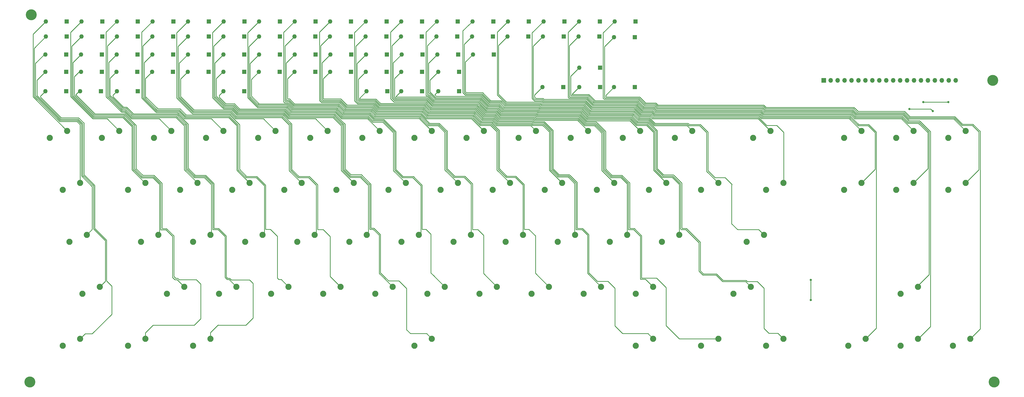
<source format=gtl>
%TF.GenerationSoftware,KiCad,Pcbnew,(5.1.6)-1*%
%TF.CreationDate,2020-11-26T21:26:17-06:00*%
%TF.ProjectId,Protomatrix,50726f74-6f6d-4617-9472-69782e6b6963,rev?*%
%TF.SameCoordinates,Original*%
%TF.FileFunction,Copper,L1,Top*%
%TF.FilePolarity,Positive*%
%FSLAX46Y46*%
G04 Gerber Fmt 4.6, Leading zero omitted, Abs format (unit mm)*
G04 Created by KiCad (PCBNEW (5.1.6)-1) date 2020-11-26 21:26:17*
%MOMM*%
%LPD*%
G01*
G04 APERTURE LIST*
%TA.AperFunction,ComponentPad*%
%ADD10O,1.700000X1.700000*%
%TD*%
%TA.AperFunction,ComponentPad*%
%ADD11R,1.700000X1.700000*%
%TD*%
%TA.AperFunction,ComponentPad*%
%ADD12C,2.250000*%
%TD*%
%TA.AperFunction,ComponentPad*%
%ADD13O,1.600000X1.600000*%
%TD*%
%TA.AperFunction,ComponentPad*%
%ADD14R,1.600000X1.600000*%
%TD*%
%TA.AperFunction,ViaPad*%
%ADD15C,4.000000*%
%TD*%
%TA.AperFunction,ViaPad*%
%ADD16C,0.800000*%
%TD*%
%TA.AperFunction,Conductor*%
%ADD17C,0.254000*%
%TD*%
G04 APERTURE END LIST*
D10*
%TO.P,J1,20*%
%TO.N,Col13*%
X195691250Y-49435000D03*
%TO.P,J1,19*%
%TO.N,Col12*%
X193151250Y-49435000D03*
%TO.P,J1,18*%
%TO.N,Col11*%
X190611250Y-49435000D03*
%TO.P,J1,17*%
%TO.N,Col10*%
X188071250Y-49435000D03*
%TO.P,J1,16*%
%TO.N,Col9*%
X185531250Y-49435000D03*
%TO.P,J1,15*%
%TO.N,Col8*%
X182991250Y-49435000D03*
%TO.P,J1,14*%
%TO.N,Col7*%
X180451250Y-49435000D03*
%TO.P,J1,13*%
%TO.N,Col6*%
X177911250Y-49435000D03*
%TO.P,J1,12*%
%TO.N,Col5*%
X175371250Y-49435000D03*
%TO.P,J1,11*%
%TO.N,Col4*%
X172831250Y-49435000D03*
%TO.P,J1,10*%
%TO.N,Col3*%
X170291250Y-49435000D03*
%TO.P,J1,9*%
%TO.N,Col2*%
X167751250Y-49435000D03*
%TO.P,J1,8*%
%TO.N,Col1*%
X165211250Y-49435000D03*
%TO.P,J1,7*%
%TO.N,Col0*%
X162671250Y-49435000D03*
%TO.P,J1,6*%
%TO.N,Net-(J1-Pad6)*%
X160131250Y-49435000D03*
%TO.P,J1,5*%
%TO.N,Row4*%
X157591250Y-49435000D03*
%TO.P,J1,4*%
%TO.N,Row3*%
X155051250Y-49435000D03*
%TO.P,J1,3*%
%TO.N,Row2*%
X152511250Y-49435000D03*
%TO.P,J1,2*%
%TO.N,Row1*%
X149971250Y-49435000D03*
D11*
%TO.P,J1,1*%
%TO.N,Row0*%
X147431250Y-49435000D03*
%TD*%
D12*
%TO.P,MX`1,2*%
%TO.N,Net-(D1-Pad2)*%
X-129222500Y-67945000D03*
%TO.P,MX`1,1*%
%TO.N,Col0*%
X-135572500Y-70485000D03*
%TD*%
%TO.P,MX=1,2*%
%TO.N,Net-(D13-Pad2)*%
X99377500Y-67945000D03*
%TO.P,MX=1,1*%
%TO.N,Col12*%
X93027500Y-70485000D03*
%TD*%
%TO.P,MX-z1,2*%
%TO.N,Net-(D49-Pad2)*%
X-86360000Y-125095000D03*
%TO.P,MX-z1,1*%
%TO.N,Col1*%
X-92710000Y-127635000D03*
%TD*%
%TO.P,MX-Y1,2*%
%TO.N,Net-(D23-Pad2)*%
X-5397500Y-86995000D03*
%TO.P,MX-Y1,1*%
%TO.N,Col6*%
X-11747500Y-89535000D03*
%TD*%
%TO.P,MX-x1,2*%
%TO.N,Net-(D50-Pad2)*%
X-67310000Y-125095000D03*
%TO.P,MX-x1,1*%
%TO.N,Col2*%
X-73660000Y-127635000D03*
%TD*%
%TO.P,MX-W1,2*%
%TO.N,Net-(D19-Pad2)*%
X-81597500Y-86995000D03*
%TO.P,MX-W1,1*%
%TO.N,Col2*%
X-87947500Y-89535000D03*
%TD*%
%TO.P,MX-v1,2*%
%TO.N,Net-(D52-Pad2)*%
X-29210000Y-125095000D03*
%TO.P,MX-v1,1*%
%TO.N,Col4*%
X-35560000Y-127635000D03*
%TD*%
%TO.P,MX-Up1,2*%
%TO.N,Net-(D60-Pad2)*%
X181927500Y-125095000D03*
%TO.P,MX-Up1,1*%
%TO.N,Col12*%
X175577500Y-127635000D03*
%TD*%
%TO.P,MX-U1,2*%
%TO.N,Net-(D24-Pad2)*%
X13652500Y-86995000D03*
%TO.P,MX-U1,1*%
%TO.N,Col7*%
X7302500Y-89535000D03*
%TD*%
%TO.P,MX-Tab1,2*%
%TO.N,Net-(D34-Pad2)*%
X-124460000Y-86995000D03*
%TO.P,MX-Tab1,1*%
%TO.N,Col0*%
X-130810000Y-89535000D03*
%TD*%
%TO.P,MX-T1,2*%
%TO.N,Net-(D22-Pad2)*%
X-24447500Y-86995000D03*
%TO.P,MX-T1,1*%
%TO.N,Col5*%
X-30797500Y-89535000D03*
%TD*%
%TO.P,MX-Spc1,2*%
%TO.N,Net-(D64-Pad2)*%
X4127500Y-144145000D03*
%TO.P,MX-Spc1,1*%
%TO.N,Col3*%
X-2222500Y-146685000D03*
%TD*%
%TO.P,MX-s1,2*%
%TO.N,Net-(D37-Pad2)*%
X-76835000Y-106045000D03*
%TO.P,MX-s1,1*%
%TO.N,Col2*%
X-83185000Y-108585000D03*
%TD*%
%TO.P,MX-RSys1,2*%
%TO.N,Net-(D66-Pad2)*%
X108902500Y-144145000D03*
%TO.P,MX-RSys1,1*%
%TO.N,Col5*%
X102552500Y-146685000D03*
%TD*%
%TO.P,MX-RShift1,2*%
%TO.N,Net-(D59-Pad2)*%
X120808750Y-125095000D03*
%TO.P,MX-RShift1,1*%
%TO.N,Col11*%
X114458750Y-127635000D03*
%TD*%
%TO.P,MX-Right1,2*%
%TO.N,Net-(D70-Pad2)*%
X201041000Y-144145000D03*
%TO.P,MX-Right1,1*%
%TO.N,Col9*%
X194691000Y-146685000D03*
%TD*%
%TO.P,MX-RCtrl1,2*%
%TO.N,Net-(D67-Pad2)*%
X132715000Y-144145000D03*
%TO.P,MX-RCtrl1,1*%
%TO.N,Col6*%
X126365000Y-146685000D03*
%TD*%
%TO.P,MX-RAlt1,2*%
%TO.N,Net-(D65-Pad2)*%
X85090000Y-144145000D03*
%TO.P,MX-RAlt1,1*%
%TO.N,Col4*%
X78740000Y-146685000D03*
%TD*%
%TO.P,MX-R1,2*%
%TO.N,Net-(D21-Pad2)*%
X-43497500Y-86995000D03*
%TO.P,MX-R1,1*%
%TO.N,Col4*%
X-49847500Y-89535000D03*
%TD*%
%TO.P,MX-Q1,2*%
%TO.N,Net-(D18-Pad2)*%
X-100647500Y-86995000D03*
%TO.P,MX-Q1,1*%
%TO.N,Col1*%
X-106997500Y-89535000D03*
%TD*%
%TO.P,MX-PgUp1,2*%
%TO.N,Net-(D17-Pad2)*%
X199390000Y-67945000D03*
%TO.P,MX-PgUp1,1*%
%TO.N,Col11*%
X193040000Y-70485000D03*
%TD*%
%TO.P,MX-PgDn1,2*%
%TO.N,Net-(D33-Pad2)*%
X199390000Y-86995000D03*
%TO.P,MX-PgDn1,1*%
%TO.N,Col10*%
X193040000Y-89535000D03*
%TD*%
%TO.P,MX-p1,2*%
%TO.N,Net-(D27-Pad2)*%
X70866000Y-86995000D03*
%TO.P,MX-p1,1*%
%TO.N,Col10*%
X64516000Y-89535000D03*
%TD*%
%TO.P,MX-O1,2*%
%TO.N,Net-(D26-Pad2)*%
X51752500Y-86995000D03*
%TO.P,MX-O1,1*%
%TO.N,Col9*%
X45402500Y-89535000D03*
%TD*%
%TO.P,MX-n1,2*%
%TO.N,Net-(D54-Pad2)*%
X8890000Y-125095000D03*
%TO.P,MX-n1,1*%
%TO.N,Col6*%
X2540000Y-127635000D03*
%TD*%
%TO.P,MX-m1,2*%
%TO.N,Net-(D55-Pad2)*%
X27940000Y-125095000D03*
%TO.P,MX-m1,1*%
%TO.N,Col7*%
X21590000Y-127635000D03*
%TD*%
%TO.P,MX-LSys1,2*%
%TO.N,Net-(D62-Pad2)*%
X-100647500Y-144145000D03*
%TO.P,MX-LSys1,1*%
%TO.N,Col1*%
X-106997500Y-146685000D03*
%TD*%
%TO.P,MX-LShift1,2*%
%TO.N,Net-(D48-Pad2)*%
X-117300250Y-125095250D03*
%TO.P,MX-LShift1,1*%
%TO.N,Col0*%
X-123650250Y-127635250D03*
%TD*%
%TO.P,MX-Left1,2*%
%TO.N,Net-(D68-Pad2)*%
X162814000Y-144145000D03*
%TO.P,MX-Left1,1*%
%TO.N,Col7*%
X156464000Y-146685000D03*
%TD*%
%TO.P,MX-LCtrl1,2*%
%TO.N,Net-(D61-Pad2)*%
X-124460000Y-144145000D03*
%TO.P,MX-LCtrl1,1*%
%TO.N,Col0*%
X-130810000Y-146685000D03*
%TD*%
%TO.P,MX-LAlt1,2*%
%TO.N,Net-(D63-Pad2)*%
X-76835000Y-144145000D03*
%TO.P,MX-LAlt1,1*%
%TO.N,Col2*%
X-83185000Y-146685000D03*
%TD*%
%TO.P,MX-l1,2*%
%TO.N,Net-(D44-Pad2)*%
X56515000Y-106045000D03*
%TO.P,MX-l1,1*%
%TO.N,Col9*%
X50165000Y-108585000D03*
%TD*%
%TO.P,MX-k1,2*%
%TO.N,Net-(D43-Pad2)*%
X37465000Y-106045000D03*
%TO.P,MX-k1,1*%
%TO.N,Col8*%
X31115000Y-108585000D03*
%TD*%
%TO.P,MX-j1,2*%
%TO.N,Net-(D42-Pad2)*%
X18415000Y-106045000D03*
%TO.P,MX-j1,1*%
%TO.N,Col7*%
X12065000Y-108585000D03*
%TD*%
%TO.P,MX-Ins1,2*%
%TO.N,Net-(D15-Pad2)*%
X161290000Y-67945000D03*
%TO.P,MX-Ins1,1*%
%TO.N,Col13*%
X154940000Y-70485000D03*
%TD*%
%TO.P,MX-i1,2*%
%TO.N,Net-(D25-Pad2)*%
X32702500Y-86995000D03*
%TO.P,MX-i1,1*%
%TO.N,Col8*%
X26352500Y-89535000D03*
%TD*%
%TO.P,MX-Hm1,2*%
%TO.N,Net-(D16-Pad2)*%
X180340000Y-67945000D03*
%TO.P,MX-Hm1,1*%
%TO.N,Col13*%
X173990000Y-70485000D03*
%TD*%
%TO.P,MX-h1,2*%
%TO.N,Net-(D41-Pad2)*%
X-635000Y-106045000D03*
%TO.P,MX-h1,1*%
%TO.N,Col6*%
X-6985000Y-108585000D03*
%TD*%
%TO.P,MX-g1,2*%
%TO.N,Net-(D40-Pad2)*%
X-19685000Y-106045000D03*
%TO.P,MX-g1,1*%
%TO.N,Col5*%
X-26035000Y-108585000D03*
%TD*%
%TO.P,MX-f1,2*%
%TO.N,Net-(D39-Pad2)*%
X-38735000Y-106045000D03*
%TO.P,MX-f1,1*%
%TO.N,Col4*%
X-45085000Y-108585000D03*
%TD*%
%TO.P,MX-Enter1,2*%
%TO.N,Net-(D47-Pad2)*%
X125571250Y-106045000D03*
%TO.P,MX-Enter1,1*%
%TO.N,Col12*%
X119221250Y-108585000D03*
%TD*%
%TO.P,MX-end1,2*%
%TO.N,Net-(D32-Pad2)*%
X180340000Y-86995000D03*
%TO.P,MX-end1,1*%
%TO.N,Col12*%
X173990000Y-89535000D03*
%TD*%
%TO.P,MX-E1,2*%
%TO.N,Net-(D20-Pad2)*%
X-62547500Y-86995000D03*
%TO.P,MX-E1,1*%
%TO.N,Col3*%
X-68897500Y-89535000D03*
%TD*%
%TO.P,MX-Down1,2*%
%TO.N,Net-(D69-Pad2)*%
X181927500Y-144145000D03*
%TO.P,MX-Down1,1*%
%TO.N,Col8*%
X175577500Y-146685000D03*
%TD*%
%TO.P,MX-Del1,2*%
%TO.N,Net-(D31-Pad2)*%
X161290000Y-86995000D03*
%TO.P,MX-Del1,1*%
%TO.N,Col13*%
X154940000Y-89535000D03*
%TD*%
%TO.P,MX-d1,2*%
%TO.N,Net-(D38-Pad2)*%
X-57785000Y-106045000D03*
%TO.P,MX-d1,1*%
%TO.N,Col3*%
X-64135000Y-108585000D03*
%TD*%
%TO.P,MX-Caps1,2*%
%TO.N,Net-(D35-Pad2)*%
X-122078750Y-106045000D03*
%TO.P,MX-Caps1,1*%
%TO.N,Col0*%
X-128428750Y-108585000D03*
%TD*%
%TO.P,MX-c1,2*%
%TO.N,Net-(D51-Pad2)*%
X-48260000Y-125095000D03*
%TO.P,MX-c1,1*%
%TO.N,Col3*%
X-54610000Y-127635000D03*
%TD*%
%TO.P,MX-Bksp1,2*%
%TO.N,Net-(D14-Pad2)*%
X127952500Y-67945000D03*
%TO.P,MX-Bksp1,1*%
%TO.N,Col13*%
X121602500Y-70485000D03*
%TD*%
%TO.P,MX-b1,2*%
%TO.N,Net-(D53-Pad2)*%
X-10160000Y-125095000D03*
%TO.P,MX-b1,1*%
%TO.N,Col5*%
X-16510000Y-127635000D03*
%TD*%
%TO.P,MX-a1,2*%
%TO.N,Net-(D36-Pad2)*%
X-95885000Y-106045000D03*
%TO.P,MX-a1,1*%
%TO.N,Col1*%
X-102235000Y-108585000D03*
%TD*%
%TO.P,MX-]1,2*%
%TO.N,Net-(D29-Pad2)*%
X108902500Y-86995000D03*
%TO.P,MX-]1,1*%
%TO.N,Col12*%
X102552500Y-89535000D03*
%TD*%
%TO.P,MX-\u005C1,2*%
%TO.N,Net-(D30-Pad2)*%
X132715000Y-86995000D03*
%TO.P,MX-\u005C1,1*%
%TO.N,Col13*%
X126365000Y-89535000D03*
%TD*%
%TO.P,MX-[1,2*%
%TO.N,Net-(D28-Pad2)*%
X89852500Y-86995000D03*
%TO.P,MX-[1,1*%
%TO.N,Col11*%
X83502500Y-89535000D03*
%TD*%
%TO.P,MX-;1,2*%
%TO.N,Net-(D45-Pad2)*%
X75565000Y-106045000D03*
%TO.P,MX-;1,1*%
%TO.N,Col10*%
X69215000Y-108585000D03*
%TD*%
%TO.P,MX-/1,2*%
%TO.N,Net-(D58-Pad2)*%
X85090000Y-125095000D03*
%TO.P,MX-/1,1*%
%TO.N,Col10*%
X78740000Y-127635000D03*
%TD*%
%TO.P,MX-'1,2*%
%TO.N,Net-(D46-Pad2)*%
X94615000Y-106045000D03*
%TO.P,MX-'1,1*%
%TO.N,Col11*%
X88265000Y-108585000D03*
%TD*%
%TO.P,MX-1,2*%
%TO.N,Net-(D12-Pad2)*%
X80327500Y-67945000D03*
%TO.P,MX-1,1*%
%TO.N,Col11*%
X73977500Y-70485000D03*
%TD*%
%TO.P,MX-.1,2*%
%TO.N,Net-(D57-Pad2)*%
X66040000Y-125095000D03*
%TO.P,MX-.1,1*%
%TO.N,Col9*%
X59690000Y-127635000D03*
%TD*%
%TO.P,MX-\u002C1,2*%
%TO.N,Net-(D56-Pad2)*%
X46990000Y-125095000D03*
%TO.P,MX-\u002C1,1*%
%TO.N,Col8*%
X40640000Y-127635000D03*
%TD*%
%TO.P,MX9,2*%
%TO.N,Net-(D10-Pad2)*%
X42227500Y-67945000D03*
%TO.P,MX9,1*%
%TO.N,Col9*%
X35877500Y-70485000D03*
%TD*%
%TO.P,MX8,2*%
%TO.N,Net-(D9-Pad2)*%
X23177500Y-67945000D03*
%TO.P,MX8,1*%
%TO.N,Col8*%
X16827500Y-70485000D03*
%TD*%
%TO.P,MX7,2*%
%TO.N,Net-(D8-Pad2)*%
X4127500Y-67945000D03*
%TO.P,MX7,1*%
%TO.N,Col7*%
X-2222500Y-70485000D03*
%TD*%
%TO.P,MX6,2*%
%TO.N,Net-(D7-Pad2)*%
X-14922500Y-67945000D03*
%TO.P,MX6,1*%
%TO.N,Col6*%
X-21272500Y-70485000D03*
%TD*%
%TO.P,MX5,2*%
%TO.N,Net-(D6-Pad2)*%
X-33972500Y-67945000D03*
%TO.P,MX5,1*%
%TO.N,Col5*%
X-40322500Y-70485000D03*
%TD*%
%TO.P,MX4,2*%
%TO.N,Net-(D5-Pad2)*%
X-53022500Y-67945000D03*
%TO.P,MX4,1*%
%TO.N,Col4*%
X-59372500Y-70485000D03*
%TD*%
%TO.P,MX3,2*%
%TO.N,Net-(D4-Pad2)*%
X-72072500Y-67945000D03*
%TO.P,MX3,1*%
%TO.N,Col3*%
X-78422500Y-70485000D03*
%TD*%
%TO.P,MX2,2*%
%TO.N,Net-(D3-Pad2)*%
X-91122500Y-67945000D03*
%TO.P,MX2,1*%
%TO.N,Col2*%
X-97472500Y-70485000D03*
%TD*%
%TO.P,MX1,2*%
%TO.N,Net-(D2-Pad2)*%
X-110172500Y-67945000D03*
%TO.P,MX1,1*%
%TO.N,Col1*%
X-116522500Y-70485000D03*
%TD*%
%TO.P,MX0,2*%
%TO.N,Net-(D11-Pad2)*%
X61277500Y-67945000D03*
%TO.P,MX0,1*%
%TO.N,Col10*%
X54927500Y-70485000D03*
%TD*%
D13*
%TO.P,D70,2*%
%TO.N,Net-(D70-Pad2)*%
X70755000Y-51879750D03*
D14*
%TO.P,D70,1*%
%TO.N,Row4*%
X78375000Y-51879750D03*
%TD*%
D13*
%TO.P,D69,2*%
%TO.N,Net-(D69-Pad2)*%
X58055000Y-51879750D03*
D14*
%TO.P,D69,1*%
%TO.N,Row4*%
X65675000Y-51879750D03*
%TD*%
D13*
%TO.P,D68,2*%
%TO.N,Net-(D68-Pad2)*%
X44561250Y-51879750D03*
D14*
%TO.P,D68,1*%
%TO.N,Row4*%
X52181250Y-51879750D03*
%TD*%
D13*
%TO.P,D67,2*%
%TO.N,Net-(D67-Pad2)*%
X6461250Y-53403750D03*
D14*
%TO.P,D67,1*%
%TO.N,Row4*%
X14081250Y-53403750D03*
%TD*%
D13*
%TO.P,D66,2*%
%TO.N,Net-(D66-Pad2)*%
X-7032500Y-53403750D03*
D14*
%TO.P,D66,1*%
%TO.N,Row4*%
X587500Y-53403750D03*
%TD*%
D13*
%TO.P,D65,2*%
%TO.N,Net-(D65-Pad2)*%
X-19732500Y-53403750D03*
D14*
%TO.P,D65,1*%
%TO.N,Row4*%
X-12112500Y-53403750D03*
%TD*%
D13*
%TO.P,D64,2*%
%TO.N,Net-(D64-Pad2)*%
X-72120000Y-53403750D03*
D14*
%TO.P,D64,1*%
%TO.N,Row4*%
X-64500000Y-53403750D03*
%TD*%
D13*
%TO.P,D63,2*%
%TO.N,Net-(D63-Pad2)*%
X-111013750Y-53403750D03*
D14*
%TO.P,D63,1*%
%TO.N,Row4*%
X-103393750Y-53403750D03*
%TD*%
D13*
%TO.P,D62,2*%
%TO.N,Net-(D62-Pad2)*%
X-124507500Y-53403750D03*
D14*
%TO.P,D62,1*%
%TO.N,Row4*%
X-116887500Y-53403750D03*
%TD*%
D13*
%TO.P,D61,2*%
%TO.N,Net-(D61-Pad2)*%
X-137207500Y-53403750D03*
D14*
%TO.P,D61,1*%
%TO.N,Row4*%
X-129587500Y-53403750D03*
%TD*%
D13*
%TO.P,D60,2*%
%TO.N,Net-(D60-Pad2)*%
X58055000Y-44736000D03*
D14*
%TO.P,D60,1*%
%TO.N,Row3*%
X65675000Y-44736000D03*
%TD*%
D13*
%TO.P,D59,2*%
%TO.N,Net-(D59-Pad2)*%
X6461250Y-46260000D03*
D14*
%TO.P,D59,1*%
%TO.N,Row3*%
X14081250Y-46260000D03*
%TD*%
D13*
%TO.P,D58,2*%
%TO.N,Net-(D58-Pad2)*%
X-7032500Y-46260000D03*
D14*
%TO.P,D58,1*%
%TO.N,Row3*%
X587500Y-46260000D03*
%TD*%
D13*
%TO.P,D57,2*%
%TO.N,Net-(D57-Pad2)*%
X-20050000Y-46260000D03*
D14*
%TO.P,D57,1*%
%TO.N,Row3*%
X-12430000Y-46260000D03*
%TD*%
D13*
%TO.P,D56,2*%
%TO.N,Net-(D56-Pad2)*%
X-33067500Y-46260000D03*
D14*
%TO.P,D56,1*%
%TO.N,Row3*%
X-25447500Y-46260000D03*
%TD*%
D13*
%TO.P,D55,2*%
%TO.N,Net-(D55-Pad2)*%
X-46085000Y-46260000D03*
D14*
%TO.P,D55,1*%
%TO.N,Row3*%
X-38465000Y-46260000D03*
%TD*%
D13*
%TO.P,D54,2*%
%TO.N,Net-(D54-Pad2)*%
X-59102500Y-46260000D03*
D14*
%TO.P,D54,1*%
%TO.N,Row3*%
X-51482500Y-46260000D03*
%TD*%
D13*
%TO.P,D53,2*%
%TO.N,Net-(D53-Pad2)*%
X-72120000Y-46260000D03*
D14*
%TO.P,D53,1*%
%TO.N,Row3*%
X-64500000Y-46260000D03*
%TD*%
D13*
%TO.P,D52,2*%
%TO.N,Net-(D52-Pad2)*%
X-85137500Y-46260000D03*
D14*
%TO.P,D52,1*%
%TO.N,Row3*%
X-77517500Y-46260000D03*
%TD*%
D13*
%TO.P,D51,2*%
%TO.N,Net-(D51-Pad2)*%
X-98155000Y-46260000D03*
D14*
%TO.P,D51,1*%
%TO.N,Row3*%
X-90535000Y-46260000D03*
%TD*%
D13*
%TO.P,D50,2*%
%TO.N,Net-(D50-Pad2)*%
X-111172500Y-46260000D03*
D14*
%TO.P,D50,1*%
%TO.N,Row3*%
X-103552500Y-46260000D03*
%TD*%
D13*
%TO.P,D49,2*%
%TO.N,Net-(D49-Pad2)*%
X-124190000Y-46260000D03*
D14*
%TO.P,D49,1*%
%TO.N,Row3*%
X-116570000Y-46260000D03*
%TD*%
D13*
%TO.P,D48,2*%
%TO.N,Net-(D48-Pad2)*%
X-137207500Y-46260000D03*
D14*
%TO.P,D48,1*%
%TO.N,Row3*%
X-129587500Y-46260000D03*
%TD*%
D13*
%TO.P,D47,2*%
%TO.N,Net-(D47-Pad2)*%
X19161250Y-39910000D03*
D14*
%TO.P,D47,1*%
%TO.N,Row2*%
X26781250Y-39910000D03*
%TD*%
D13*
%TO.P,D46,2*%
%TO.N,Net-(D46-Pad2)*%
X6130519Y-39910000D03*
D14*
%TO.P,D46,1*%
%TO.N,Row2*%
X13750519Y-39910000D03*
%TD*%
D13*
%TO.P,D45,2*%
%TO.N,Net-(D45-Pad2)*%
X-6900210Y-39910000D03*
D14*
%TO.P,D45,1*%
%TO.N,Row2*%
X719790Y-39910000D03*
%TD*%
D13*
%TO.P,D44,2*%
%TO.N,Net-(D44-Pad2)*%
X-19930939Y-39910000D03*
D14*
%TO.P,D44,1*%
%TO.N,Row2*%
X-12310939Y-39910000D03*
%TD*%
D13*
%TO.P,D43,2*%
%TO.N,Net-(D43-Pad2)*%
X-32961668Y-39910000D03*
D14*
%TO.P,D43,1*%
%TO.N,Row2*%
X-25341668Y-39910000D03*
%TD*%
D13*
%TO.P,D42,2*%
%TO.N,Net-(D42-Pad2)*%
X-45992397Y-39910000D03*
D14*
%TO.P,D42,1*%
%TO.N,Row2*%
X-38372397Y-39910000D03*
%TD*%
D13*
%TO.P,D41,2*%
%TO.N,Net-(D41-Pad2)*%
X-59023126Y-39910000D03*
D14*
%TO.P,D41,1*%
%TO.N,Row2*%
X-51403126Y-39910000D03*
%TD*%
D13*
%TO.P,D40,2*%
%TO.N,Net-(D40-Pad2)*%
X-72053855Y-39910000D03*
D14*
%TO.P,D40,1*%
%TO.N,Row2*%
X-64433855Y-39910000D03*
%TD*%
D13*
%TO.P,D39,2*%
%TO.N,Net-(D39-Pad2)*%
X-85084584Y-39910000D03*
D14*
%TO.P,D39,1*%
%TO.N,Row2*%
X-77464584Y-39910000D03*
%TD*%
D13*
%TO.P,D38,2*%
%TO.N,Net-(D38-Pad2)*%
X-98115313Y-39910000D03*
D14*
%TO.P,D38,1*%
%TO.N,Row2*%
X-90495313Y-39910000D03*
%TD*%
D13*
%TO.P,D37,2*%
%TO.N,Net-(D37-Pad2)*%
X-111146042Y-39910000D03*
D14*
%TO.P,D37,1*%
%TO.N,Row2*%
X-103526042Y-39910000D03*
%TD*%
D13*
%TO.P,D36,2*%
%TO.N,Net-(D36-Pad2)*%
X-124176771Y-39910000D03*
D14*
%TO.P,D36,1*%
%TO.N,Row2*%
X-116556771Y-39910000D03*
%TD*%
D13*
%TO.P,D35,2*%
%TO.N,Net-(D35-Pad2)*%
X-137207500Y-39910000D03*
D14*
%TO.P,D35,1*%
%TO.N,Row2*%
X-129587500Y-39910000D03*
%TD*%
D13*
%TO.P,D34,2*%
%TO.N,Net-(D34-Pad2)*%
X-137001250Y-33337500D03*
D14*
%TO.P,D34,1*%
%TO.N,Row1*%
X-129381250Y-33337500D03*
%TD*%
D13*
%TO.P,D33,2*%
%TO.N,Net-(D33-Pad2)*%
X70755000Y-33560000D03*
D14*
%TO.P,D33,1*%
%TO.N,Row4*%
X78375000Y-33560000D03*
%TD*%
D13*
%TO.P,D32,2*%
%TO.N,Net-(D32-Pad2)*%
X57770225Y-33337500D03*
D14*
%TO.P,D32,1*%
%TO.N,Row4*%
X65390225Y-33337500D03*
%TD*%
D13*
%TO.P,D31,2*%
%TO.N,Net-(D31-Pad2)*%
X44785460Y-33337500D03*
D14*
%TO.P,D31,1*%
%TO.N,Row3*%
X52405460Y-33337500D03*
%TD*%
D13*
%TO.P,D30,2*%
%TO.N,Net-(D30-Pad2)*%
X31800695Y-33337500D03*
D14*
%TO.P,D30,1*%
%TO.N,Row1*%
X39420695Y-33337500D03*
%TD*%
D13*
%TO.P,D29,2*%
%TO.N,Net-(D29-Pad2)*%
X18815930Y-33337500D03*
D14*
%TO.P,D29,1*%
%TO.N,Row1*%
X26435930Y-33337500D03*
%TD*%
D13*
%TO.P,D28,2*%
%TO.N,Net-(D28-Pad2)*%
X5831165Y-33337500D03*
D14*
%TO.P,D28,1*%
%TO.N,Row1*%
X13451165Y-33337500D03*
%TD*%
D13*
%TO.P,D27,2*%
%TO.N,Net-(D27-Pad2)*%
X-7153600Y-33337500D03*
D14*
%TO.P,D27,1*%
%TO.N,Row1*%
X466400Y-33337500D03*
%TD*%
D13*
%TO.P,D26,2*%
%TO.N,Net-(D26-Pad2)*%
X-20138365Y-33337500D03*
D14*
%TO.P,D26,1*%
%TO.N,Row1*%
X-12518365Y-33337500D03*
%TD*%
D13*
%TO.P,D25,2*%
%TO.N,Net-(D25-Pad2)*%
X-33123130Y-33337500D03*
D14*
%TO.P,D25,1*%
%TO.N,Row1*%
X-25503130Y-33337500D03*
%TD*%
D13*
%TO.P,D24,2*%
%TO.N,Net-(D24-Pad2)*%
X-46107895Y-33337500D03*
D14*
%TO.P,D24,1*%
%TO.N,Row1*%
X-38487895Y-33337500D03*
%TD*%
D13*
%TO.P,D23,2*%
%TO.N,Net-(D23-Pad2)*%
X-59092660Y-33337500D03*
D14*
%TO.P,D23,1*%
%TO.N,Row1*%
X-51472660Y-33337500D03*
%TD*%
D13*
%TO.P,D22,2*%
%TO.N,Net-(D22-Pad2)*%
X-72077425Y-33337500D03*
D14*
%TO.P,D22,1*%
%TO.N,Row1*%
X-64457425Y-33337500D03*
%TD*%
D13*
%TO.P,D21,2*%
%TO.N,Net-(D21-Pad2)*%
X-85062190Y-33337500D03*
D14*
%TO.P,D21,1*%
%TO.N,Row1*%
X-77442190Y-33337500D03*
%TD*%
D13*
%TO.P,D20,2*%
%TO.N,Net-(D20-Pad2)*%
X-98046955Y-33337500D03*
D14*
%TO.P,D20,1*%
%TO.N,Row1*%
X-90426955Y-33337500D03*
%TD*%
D13*
%TO.P,D19,2*%
%TO.N,Net-(D19-Pad2)*%
X-111031720Y-33337500D03*
D14*
%TO.P,D19,1*%
%TO.N,Row1*%
X-103411720Y-33337500D03*
%TD*%
D13*
%TO.P,D18,2*%
%TO.N,Net-(D18-Pad2)*%
X-124016485Y-33337500D03*
D14*
%TO.P,D18,1*%
%TO.N,Row1*%
X-116396485Y-33337500D03*
%TD*%
D13*
%TO.P,D17,2*%
%TO.N,Net-(D17-Pad2)*%
X70961250Y-27781250D03*
D14*
%TO.P,D17,1*%
%TO.N,Row4*%
X78581250Y-27781250D03*
%TD*%
D13*
%TO.P,D16,2*%
%TO.N,Net-(D16-Pad2)*%
X57963590Y-27781250D03*
D14*
%TO.P,D16,1*%
%TO.N,Row4*%
X65583590Y-27781250D03*
%TD*%
D13*
%TO.P,D15,2*%
%TO.N,Net-(D15-Pad2)*%
X44965934Y-27781250D03*
D14*
%TO.P,D15,1*%
%TO.N,Row2*%
X52585934Y-27781250D03*
%TD*%
D13*
%TO.P,D14,2*%
%TO.N,Net-(D14-Pad2)*%
X31968278Y-27781250D03*
D14*
%TO.P,D14,1*%
%TO.N,Row0*%
X39588278Y-27781250D03*
%TD*%
D13*
%TO.P,D13,2*%
%TO.N,Net-(D13-Pad2)*%
X18970622Y-27781250D03*
D14*
%TO.P,D13,1*%
%TO.N,Row0*%
X26590622Y-27781250D03*
%TD*%
D13*
%TO.P,D12,2*%
%TO.N,Net-(D12-Pad2)*%
X5972966Y-27781250D03*
D14*
%TO.P,D12,1*%
%TO.N,Row0*%
X13592966Y-27781250D03*
%TD*%
D13*
%TO.P,D11,2*%
%TO.N,Net-(D11-Pad2)*%
X-7024690Y-27781250D03*
D14*
%TO.P,D11,1*%
%TO.N,Row0*%
X595310Y-27781250D03*
%TD*%
D13*
%TO.P,D10,2*%
%TO.N,Net-(D10-Pad2)*%
X-20022346Y-27781250D03*
D14*
%TO.P,D10,1*%
%TO.N,Row0*%
X-12402346Y-27781250D03*
%TD*%
D13*
%TO.P,D9,2*%
%TO.N,Net-(D9-Pad2)*%
X-33020002Y-27781250D03*
D14*
%TO.P,D9,1*%
%TO.N,Row0*%
X-25400002Y-27781250D03*
%TD*%
D13*
%TO.P,D8,2*%
%TO.N,Net-(D8-Pad2)*%
X-46017658Y-27781250D03*
D14*
%TO.P,D8,1*%
%TO.N,Row0*%
X-38397658Y-27781250D03*
%TD*%
D13*
%TO.P,D7,2*%
%TO.N,Net-(D7-Pad2)*%
X-59015314Y-27781250D03*
D14*
%TO.P,D7,1*%
%TO.N,Row0*%
X-51395314Y-27781250D03*
%TD*%
D13*
%TO.P,D6,2*%
%TO.N,Net-(D6-Pad2)*%
X-72012970Y-27781250D03*
D14*
%TO.P,D6,1*%
%TO.N,Row0*%
X-64392970Y-27781250D03*
%TD*%
D13*
%TO.P,D5,2*%
%TO.N,Net-(D5-Pad2)*%
X-85010626Y-27781250D03*
D14*
%TO.P,D5,1*%
%TO.N,Row0*%
X-77390626Y-27781250D03*
%TD*%
D13*
%TO.P,D4,2*%
%TO.N,Net-(D4-Pad2)*%
X-98008282Y-27781250D03*
D14*
%TO.P,D4,1*%
%TO.N,Row0*%
X-90388282Y-27781250D03*
%TD*%
D13*
%TO.P,D3,2*%
%TO.N,Net-(D3-Pad2)*%
X-111005938Y-27781250D03*
D14*
%TO.P,D3,1*%
%TO.N,Row0*%
X-103385938Y-27781250D03*
%TD*%
D13*
%TO.P,D2,2*%
%TO.N,Net-(D2-Pad2)*%
X-124003594Y-27781250D03*
D14*
%TO.P,D2,1*%
%TO.N,Row0*%
X-116383594Y-27781250D03*
%TD*%
D13*
%TO.P,D1,2*%
%TO.N,Net-(D1-Pad2)*%
X-137001250Y-27781250D03*
D14*
%TO.P,D1,1*%
%TO.N,Row0*%
X-129381250Y-27781250D03*
%TD*%
D15*
%TO.N,*%
X-142367000Y-25400000D03*
X209296000Y-49403000D03*
X209804000Y-160020000D03*
X-142875000Y-160020000D03*
D16*
%TO.N,Col11*%
X142748000Y-129921000D03*
X142748000Y-122555000D03*
X193040000Y-57404000D03*
X183896000Y-57404000D03*
%TO.N,Col10*%
X187325000Y-60706000D03*
X178816000Y-59944000D03*
%TD*%
D17*
%TO.N,Net-(D1-Pad2)*%
X-141716250Y-55451250D02*
X-129222500Y-67945000D01*
X-141716250Y-32496250D02*
X-141716250Y-55451250D01*
X-137001250Y-27781250D02*
X-141716250Y-32496250D01*
%TO.N,Net-(D2-Pad2)*%
X-124003594Y-27781250D02*
X-128000000Y-31777656D01*
X-110172500Y-67945000D02*
X-114617500Y-63500000D01*
X-114617500Y-63500000D02*
X-119856250Y-63500000D01*
X-128000000Y-31777656D02*
X-128000000Y-55356250D01*
X-128000000Y-55356250D02*
X-119856250Y-63500000D01*
%TO.N,Net-(D3-Pad2)*%
X-95567500Y-63500000D02*
X-91122500Y-67945000D01*
X-114974688Y-31750000D02*
X-114974688Y-55443438D01*
X-111005938Y-27781250D02*
X-114974688Y-31750000D01*
X-114974688Y-55443438D02*
X-109299376Y-61118750D01*
X-105810483Y-63500000D02*
X-95567500Y-63500000D01*
X-109299376Y-61118750D02*
X-108191733Y-61118750D01*
X-108191733Y-61118750D02*
X-105810483Y-63500000D01*
%TO.N,Net-(D4-Pad2)*%
X-76517500Y-63500000D02*
X-72072500Y-67945000D01*
X-88601784Y-61229954D02*
X-86331738Y-63500000D01*
X-88884047Y-61229953D02*
X-88601784Y-61229954D01*
X-86331738Y-63500000D02*
X-76517500Y-63500000D01*
X-88900000Y-61214000D02*
X-88884047Y-61229953D01*
X-98008282Y-27781250D02*
X-101981000Y-31753968D01*
X-101981000Y-55880000D02*
X-96647000Y-61214000D01*
X-101981000Y-31753968D02*
X-101981000Y-55880000D01*
X-96647000Y-61214000D02*
X-88900000Y-61214000D01*
%TO.N,Net-(D5-Pad2)*%
X-57467500Y-63500000D02*
X-53022500Y-67945000D01*
X-89154000Y-31924624D02*
X-89154000Y-55880000D01*
X-69534943Y-61648991D02*
X-67683934Y-63500000D01*
X-85010626Y-27781250D02*
X-89154000Y-31924624D01*
X-67683934Y-63500000D02*
X-57467500Y-63500000D01*
X-83385010Y-61648990D02*
X-69534943Y-61648991D01*
X-89154000Y-55880000D02*
X-83385010Y-61648990D01*
%TO.N,Net-(D6-Pad2)*%
X-76108720Y-31877000D02*
X-76108720Y-55717280D01*
X-72009000Y-59817000D02*
X-68798670Y-59817000D01*
X-50181839Y-61683960D02*
X-48365800Y-63500000D01*
X-72012970Y-27781250D02*
X-76108720Y-31877000D01*
X-66931710Y-61683960D02*
X-50181839Y-61683960D01*
X-76108720Y-55717280D02*
X-72009000Y-59817000D01*
X-68798670Y-59817000D02*
X-66931710Y-61683960D01*
X-33972500Y-67945000D02*
X-38417500Y-63500000D01*
X-38417500Y-63500000D02*
X-48365800Y-63500000D01*
%TO.N,Net-(D7-Pad2)*%
X-63238064Y-55760936D02*
X-63238064Y-32004000D01*
X-59585090Y-59413910D02*
X-63238064Y-55760936D01*
X-49186627Y-59413910D02*
X-59585090Y-59413910D01*
X-47498000Y-61102537D02*
X-49186627Y-59413910D01*
X-63238064Y-32004000D02*
X-59015314Y-27781250D01*
X-47482463Y-61102537D02*
X-47498000Y-61102537D01*
X-14922500Y-67945000D02*
X-19367500Y-63500000D01*
X-19367500Y-63500000D02*
X-28927732Y-63500000D01*
X-31232752Y-61194980D02*
X-47390020Y-61194980D01*
X-28927732Y-63500000D02*
X-31232752Y-61194980D01*
X-47390020Y-61194980D02*
X-47482463Y-61102537D01*
%TO.N,Net-(D8-Pad2)*%
X-482540Y-63334960D02*
X31750Y-63849250D01*
X-527020Y-63353980D02*
X-508000Y-63334960D01*
X-16902954Y-63353980D02*
X-527020Y-63353980D01*
X-359850Y-63457650D02*
X31750Y-63849250D01*
X-50038000Y-57277000D02*
X-49730010Y-57584990D01*
X-50038000Y-31801592D02*
X-50038000Y-57277000D01*
X-508000Y-63334960D02*
X-482540Y-63334960D01*
X31750Y-63849250D02*
X4127500Y-67945000D01*
X-46637793Y-59378940D02*
X-30476730Y-59378940D01*
X-18572973Y-61683960D02*
X-16902954Y-63353980D01*
X-48431742Y-57584990D02*
X-48152909Y-57863824D01*
X-46017658Y-27781250D02*
X-50038000Y-31801592D01*
X-48152909Y-57863824D02*
X-46637793Y-59378940D01*
X-49730010Y-57584990D02*
X-48431742Y-57584990D01*
X-30476730Y-59378940D02*
X-28171710Y-61683960D01*
X-28171710Y-61683960D02*
X-18572973Y-61683960D01*
%TO.N,Net-(D9-Pad2)*%
X18686616Y-63454116D02*
X23177500Y-67945000D01*
X2204883Y-63454116D02*
X18686616Y-63454116D01*
X253738Y-61502971D02*
X2204883Y-63454116D01*
X-16180811Y-61502970D02*
X253738Y-61502971D01*
X-36957000Y-31718248D02*
X-36957000Y-56769000D01*
X-17815860Y-59867920D02*
X-16180811Y-61502970D01*
X-36957000Y-56769000D02*
X-36163100Y-57562900D01*
X-33020002Y-27781250D02*
X-36957000Y-31718248D01*
X-36163100Y-57562900D02*
X-29704675Y-57562900D01*
X-27399655Y-59867920D02*
X-17815860Y-59867920D01*
X-29704675Y-57562900D02*
X-27399655Y-59867920D01*
%TO.N,Net-(D10-Pad2)*%
X-20022346Y-27781250D02*
X-24130000Y-31888904D01*
X-24130000Y-56896000D02*
X-22974120Y-58051880D01*
X-24130000Y-31888904D02*
X-24130000Y-56896000D01*
X-17049240Y-58051880D02*
X-16783287Y-58317833D01*
X-22974120Y-58051880D02*
X-17049240Y-58051880D01*
X-16739167Y-58317833D02*
X-15393711Y-59663289D01*
X-16783287Y-58317833D02*
X-16739167Y-58317833D01*
X982321Y-59663289D02*
X2025032Y-60706000D01*
X-15393711Y-59663289D02*
X982321Y-59663289D01*
X2032000Y-60706000D02*
X2964076Y-61638076D01*
X2025032Y-60706000D02*
X2032000Y-60706000D01*
X2964076Y-61638076D02*
X19438840Y-61638076D01*
X19438840Y-61638076D02*
X22351734Y-64550970D01*
X26218171Y-64550970D02*
X26484124Y-64816924D01*
X22351734Y-64550970D02*
X26218171Y-64550970D01*
X26484124Y-64816924D02*
X27707200Y-66040000D01*
X40322500Y-66040000D02*
X42227500Y-67945000D01*
X27707200Y-66040000D02*
X40322500Y-66040000D01*
%TO.N,Net-(D11-Pad2)*%
X41656007Y-64096961D02*
X57429461Y-64096961D01*
X41656000Y-64096968D02*
X41656007Y-64096961D01*
X41313032Y-63754000D02*
X41656000Y-64096968D01*
X1999679Y-57393239D02*
X2265632Y-57659193D01*
X-9662761Y-57393239D02*
X1999679Y-57393239D01*
X-10922000Y-56134000D02*
X-9662761Y-57393239D01*
X20455153Y-59368026D02*
X20455153Y-59368081D01*
X-10922000Y-31678560D02*
X-10922000Y-56134000D01*
X-7024690Y-27781250D02*
X-10922000Y-31678560D01*
X2265632Y-57659193D02*
X3974465Y-59368026D01*
X23368000Y-62280928D02*
X27228928Y-62280928D01*
X28702000Y-63754000D02*
X41313032Y-63754000D01*
X3974465Y-59368026D02*
X20455153Y-59368026D01*
X57429461Y-64096961D02*
X61277500Y-67945000D01*
X20455153Y-59368081D02*
X23368000Y-62280928D01*
X27228928Y-62280928D02*
X28702000Y-63754000D01*
%TO.N,Net-(D12-Pad2)*%
X76595085Y-64212585D02*
X80327500Y-67945000D01*
X58369746Y-61826916D02*
X60755415Y-64212585D01*
X60755415Y-64212585D02*
X76595085Y-64212585D01*
X42798113Y-61826915D02*
X58369746Y-61826916D01*
X29642286Y-61483952D02*
X42455151Y-61483953D01*
X29464000Y-61305666D02*
X29642286Y-61483952D01*
X4881208Y-57023000D02*
X4933195Y-57023000D01*
X29464000Y-61275785D02*
X29464000Y-61305666D01*
X2938168Y-55079960D02*
X4881208Y-57023000D01*
X5972966Y-27781250D02*
X2032000Y-31722216D01*
X2032000Y-55079960D02*
X2938168Y-55079960D01*
X42455151Y-61483953D02*
X42798113Y-61826915D01*
X24331099Y-59996901D02*
X28185116Y-59996901D01*
X28185116Y-59996901D02*
X29464000Y-61275785D01*
X2032000Y-31722216D02*
X2032000Y-55079960D01*
X4933195Y-57023000D02*
X5008179Y-57097984D01*
X5008179Y-57097984D02*
X21432182Y-57097984D01*
X21432182Y-57097984D02*
X24331099Y-59996901D01*
%TO.N,Net-(D13-Pad2)*%
X17673057Y-29062943D02*
X17688929Y-29062943D01*
X15494000Y-31242000D02*
X17673057Y-29062943D01*
X15494000Y-53902876D02*
X15494000Y-31242000D01*
X25271379Y-57726851D02*
X22372467Y-54827939D01*
X29125400Y-57726851D02*
X25271379Y-57726851D01*
X16419062Y-54827938D02*
X15494000Y-53902876D01*
X29391353Y-57992804D02*
X29125400Y-57726851D01*
X22372467Y-54827939D02*
X16419062Y-54827938D01*
X29417804Y-57992804D02*
X29391353Y-57992804D01*
X83429227Y-64096960D02*
X79689791Y-64096960D01*
X79689791Y-64096960D02*
X77525759Y-61932927D01*
X43395436Y-59213908D02*
X30638907Y-59213907D01*
X97472500Y-66040000D02*
X85372267Y-66040000D01*
X59350563Y-59556867D02*
X43738395Y-59556867D01*
X99377500Y-67945000D02*
X97472500Y-66040000D01*
X77525759Y-61932927D02*
X61726623Y-61932927D01*
X85372267Y-66040000D02*
X83429227Y-64096960D01*
X61726623Y-61932927D02*
X59350563Y-59556867D01*
X43738395Y-59556867D02*
X43395436Y-59213908D01*
X17688929Y-29062943D02*
X18970622Y-27781250D01*
X30638907Y-59213907D02*
X29417804Y-57992804D01*
%TO.N,Net-(D14-Pad2)*%
X123482767Y-63475267D02*
X127952500Y-67945000D01*
X84733733Y-63475267D02*
X123482767Y-63475267D01*
X28067000Y-54715801D02*
X31190189Y-57838990D01*
X44003057Y-57838990D02*
X44358903Y-58194837D01*
X31968278Y-27781250D02*
X28067000Y-31682528D01*
X31190189Y-57838990D02*
X44003057Y-57838990D01*
X44358903Y-58194837D02*
X59951887Y-58194837D01*
X83997193Y-62734930D02*
X83997193Y-62738725D01*
X28067000Y-31682528D02*
X28067000Y-54715801D01*
X59951887Y-58194837D02*
X62230000Y-60472950D01*
X62348897Y-60570897D02*
X78096897Y-60570897D01*
X62230000Y-60472950D02*
X62250950Y-60472950D01*
X83997193Y-62738725D02*
X84733733Y-63475267D01*
X62250950Y-60472950D02*
X62348897Y-60570897D01*
X80260930Y-62734930D02*
X83997193Y-62734930D01*
X78096897Y-60570897D02*
X80260930Y-62734930D01*
%TO.N,Net-(D15-Pad2)*%
X123858879Y-62567247D02*
X124689316Y-63397684D01*
X80637043Y-61826910D02*
X84439977Y-61826910D01*
X78473011Y-59662878D02*
X80637043Y-61826910D01*
X44379172Y-56930972D02*
X44735017Y-57286817D01*
X41690971Y-56930971D02*
X44379172Y-56930972D01*
X40767000Y-56007000D02*
X41690971Y-56930971D01*
X156742684Y-63397684D02*
X161290000Y-67945000D01*
X78105000Y-59563000D02*
X78204877Y-59662877D01*
X44965934Y-27781250D02*
X40767000Y-31980184D01*
X124689316Y-63397684D02*
X156742684Y-63397684D01*
X40767000Y-31980184D02*
X40767000Y-56007000D01*
X44735017Y-57286817D02*
X60348951Y-57286817D01*
X62604183Y-59563000D02*
X78105000Y-59563000D01*
X78204877Y-59662877D02*
X78473011Y-59662878D01*
X60348951Y-57286817D02*
X62484000Y-59421866D01*
X85180313Y-62567247D02*
X123858879Y-62567247D01*
X62484000Y-59421866D02*
X62484000Y-59442817D01*
X84439977Y-61826910D02*
X85180313Y-62567247D01*
X62484000Y-59442817D02*
X62604183Y-59563000D01*
%TO.N,Net-(D16-Pad2)*%
X175884400Y-63489400D02*
X180340000Y-67945000D01*
X125253486Y-62035654D02*
X157306855Y-62035654D01*
X124423050Y-61205218D02*
X125253486Y-62035654D01*
X78958301Y-58200970D02*
X81222211Y-60464880D01*
X57963590Y-27781250D02*
X53975000Y-31769840D01*
X157306855Y-62035654D02*
X158760599Y-63489400D01*
X60913122Y-55924787D02*
X63189304Y-58200970D01*
X53975000Y-55626000D02*
X54273787Y-55924787D01*
X53975000Y-31769840D02*
X53975000Y-55626000D01*
X158760599Y-63489400D02*
X175884400Y-63489400D01*
X85739133Y-61199866D02*
X124417698Y-61199867D01*
X63189304Y-58200970D02*
X78958301Y-58200970D01*
X81222211Y-60464880D02*
X85004148Y-60464880D01*
X54273787Y-55924787D02*
X60913122Y-55924787D01*
X85004148Y-60464880D02*
X85739133Y-61199866D01*
X124417698Y-61199867D02*
X124423050Y-61205218D01*
%TO.N,Net-(D17-Pad2)*%
X70961250Y-27781250D02*
X66802000Y-31940500D01*
X67179870Y-56384870D02*
X79710529Y-56384934D01*
X79710529Y-56384934D02*
X81974435Y-58648840D01*
X66802000Y-31940500D02*
X66802000Y-56007000D01*
X66802000Y-56007000D02*
X67179870Y-56384870D01*
X158059083Y-60219614D02*
X158325036Y-60485568D01*
X159512828Y-61673360D02*
X176652244Y-61673360D01*
X178562000Y-63583116D02*
X178562000Y-63596291D01*
X85756376Y-58648840D02*
X86491363Y-59383827D01*
X86491363Y-59383827D02*
X125169926Y-59383827D01*
X125169926Y-59383827D02*
X126005713Y-60219614D01*
X158325036Y-60485568D02*
X159512828Y-61673360D01*
X126005713Y-60219614D02*
X158059083Y-60219614D01*
X81974435Y-58648840D02*
X85756376Y-58648840D01*
X176652244Y-61673360D02*
X178562000Y-63583116D01*
X195028116Y-63583116D02*
X199390000Y-67945000D01*
X178562000Y-63583116D02*
X195028116Y-63583116D01*
%TO.N,Net-(D18-Pad2)*%
X-100758750Y-86995000D02*
X-100647500Y-86995000D01*
X-105545499Y-82208251D02*
X-100758750Y-86995000D01*
X-105545499Y-66333251D02*
X-105545499Y-82208251D01*
X-127545990Y-36867005D02*
X-127545990Y-55168194D01*
X-124016485Y-33337500D02*
X-127545990Y-36867005D01*
X-119668194Y-63045990D02*
X-108832760Y-63045990D01*
X-127545990Y-55168194D02*
X-119668194Y-63045990D01*
X-108832760Y-63045990D02*
X-105545499Y-66333251D01*
%TO.N,Net-(D19-Pad2)*%
X-111031720Y-33337500D02*
X-114520678Y-36826458D01*
X-114520678Y-36826458D02*
X-114520678Y-55255382D01*
X-114520678Y-55255382D02*
X-109111320Y-60664740D01*
X-109111320Y-60664740D02*
X-108003676Y-60664740D01*
X-105622426Y-63045990D02*
X-89354010Y-63045990D01*
X-108003676Y-60664740D02*
X-105622426Y-63045990D01*
X-89354010Y-63045990D02*
X-86360000Y-66040000D01*
X-86360000Y-82169000D02*
X-81661000Y-86868000D01*
X-86360000Y-82169000D02*
X-86360000Y-66040000D01*
%TO.N,Net-(D20-Pad2)*%
X-67183000Y-66040000D02*
X-67183000Y-82359500D01*
X-88322056Y-60775944D02*
X-86052010Y-63045990D01*
X-88703056Y-60775944D02*
X-88322056Y-60775944D01*
X-70177010Y-63045990D02*
X-67183000Y-66040000D01*
X-101526990Y-36817535D02*
X-101526990Y-55691944D01*
X-86052010Y-63045990D02*
X-70177010Y-63045990D01*
X-98046955Y-33337500D02*
X-101526990Y-36817535D01*
X-101526990Y-55691944D02*
X-96458944Y-60759990D01*
X-67183000Y-82359500D02*
X-62547500Y-86995000D01*
X-96458944Y-60759990D02*
X-88719010Y-60759990D01*
X-88719010Y-60759990D02*
X-88703056Y-60775944D01*
%TO.N,Net-(D21-Pad2)*%
X-48006000Y-82486500D02*
X-43497500Y-86995000D01*
X-50746010Y-63045990D02*
X-48006000Y-65786000D01*
X-67495878Y-63045990D02*
X-50746010Y-63045990D01*
X-48006000Y-65786000D02*
X-48006000Y-82486500D01*
X-88699990Y-36975300D02*
X-88699990Y-55691944D01*
X-85062190Y-33337500D02*
X-88699990Y-36975300D01*
X-83196953Y-61194981D02*
X-69346886Y-61194982D01*
X-88699990Y-55691944D02*
X-83196953Y-61194981D01*
X-69346886Y-61194982D02*
X-67495878Y-63045990D01*
%TO.N,Net-(D22-Pad2)*%
X-75654710Y-36914785D02*
X-72077425Y-33337500D01*
X-28956000Y-82550000D02*
X-28956000Y-66040000D01*
X-28956000Y-66040000D02*
X-31950010Y-63045990D01*
X-31950010Y-63045990D02*
X-48177743Y-63045990D01*
X-49993782Y-61229950D02*
X-66743654Y-61229950D01*
X-71820944Y-59362990D02*
X-75654710Y-55529224D01*
X-28892500Y-82550000D02*
X-28956000Y-82550000D01*
X-68610613Y-59362990D02*
X-71820944Y-59362990D01*
X-24447500Y-86995000D02*
X-28892500Y-82550000D01*
X-66743654Y-61229950D02*
X-68610613Y-59362990D01*
X-48177743Y-63045990D02*
X-49993782Y-61229950D01*
X-75654710Y-55529224D02*
X-75654710Y-36914785D01*
%TO.N,Net-(D23-Pad2)*%
X-59092660Y-33337500D02*
X-62784054Y-37028894D01*
X-62784054Y-37028894D02*
X-62784054Y-55572880D01*
X-62784054Y-55572880D02*
X-59397034Y-58959900D01*
X-47309943Y-60648527D02*
X-47294406Y-60648527D01*
X-59397034Y-58959900D02*
X-48998570Y-58959900D01*
X-48998570Y-58959900D02*
X-47309943Y-60648527D01*
X-47294406Y-60648527D02*
X-47201963Y-60740970D01*
X-31044695Y-60740970D02*
X-30778742Y-61006924D01*
X-47201963Y-60740970D02*
X-31044695Y-60740970D01*
X-30778742Y-61006924D02*
X-28739676Y-63045990D01*
X-19179443Y-63045990D02*
X-17455433Y-64770000D01*
X-28739676Y-63045990D02*
X-19179443Y-63045990D01*
X-17455433Y-64770000D02*
X-13716000Y-64770000D01*
X-13716000Y-64770000D02*
X-9906000Y-68580000D01*
X-9906000Y-82486500D02*
X-5397500Y-86995000D01*
X-9906000Y-68580000D02*
X-9906000Y-82486500D01*
%TO.N,Net-(D24-Pad2)*%
X-49583990Y-36813595D02*
X-46107895Y-33337500D01*
X-49583990Y-54536990D02*
X-49583990Y-36813595D01*
X-49583990Y-56822990D02*
X-49583990Y-54536990D01*
X8890000Y-82232500D02*
X8890000Y-68453000D01*
X2864566Y-66040000D02*
X-171793Y-63003640D01*
X13652500Y-86995000D02*
X8890000Y-82232500D01*
X8890000Y-68453000D02*
X6477000Y-66040000D01*
X6477000Y-66040000D02*
X2864566Y-66040000D01*
X-310433Y-62865000D02*
X-16749868Y-62865000D01*
X-171793Y-63003640D02*
X-310433Y-62865000D01*
X-16749868Y-62865000D02*
X-18384916Y-61229950D01*
X-27983654Y-61229950D02*
X-30288673Y-58924930D01*
X-18384916Y-61229950D02*
X-27983654Y-61229950D01*
X-30288673Y-58924930D02*
X-46449737Y-58924930D01*
X-46449737Y-58924930D02*
X-48243685Y-57130980D01*
X-49422020Y-57130980D02*
X-49583990Y-56969010D01*
X-48243685Y-57130980D02*
X-49422020Y-57130980D01*
X-49583990Y-56969010D02*
X-49583990Y-56896000D01*
%TO.N,Net-(D25-Pad2)*%
X27940000Y-82232500D02*
X32702500Y-86995000D01*
X21787566Y-65913000D02*
X25654000Y-65913000D01*
X19140626Y-63266060D02*
X21787566Y-65913000D01*
X27940000Y-68199000D02*
X27940000Y-82232500D01*
X18874673Y-63000106D02*
X19140626Y-63266060D01*
X2392939Y-63000106D02*
X18874673Y-63000106D01*
X-35975044Y-57108890D02*
X-29516618Y-57108890D01*
X-33123130Y-33337500D02*
X-36502990Y-36717360D01*
X-36502990Y-56580944D02*
X-35975044Y-57108890D01*
X-29516618Y-57108890D02*
X-29250665Y-57374844D01*
X-29250665Y-57374844D02*
X-27211599Y-59413910D01*
X25654000Y-65913000D02*
X27940000Y-68199000D01*
X-36502990Y-36717360D02*
X-36502990Y-56580944D01*
X-27211599Y-59413910D02*
X-17613409Y-59413910D01*
X441795Y-61048962D02*
X2392939Y-63000106D01*
X-17613409Y-59413910D02*
X-16002000Y-61025319D01*
X-16002000Y-61025319D02*
X-15936681Y-61025319D01*
X-15936681Y-61025319D02*
X-15913039Y-61048961D01*
X-15913039Y-61048961D02*
X441795Y-61048962D01*
%TO.N,Net-(D26-Pad2)*%
X44704000Y-65913000D02*
X47117000Y-68326000D01*
X40837566Y-65913000D02*
X44704000Y-65913000D01*
X22539790Y-64096960D02*
X26406228Y-64096960D01*
X19892850Y-61450020D02*
X22539790Y-64096960D01*
X47117000Y-82359500D02*
X51752500Y-86995000D01*
X40510557Y-65585990D02*
X40837566Y-65913000D01*
X3152132Y-61184066D02*
X19626897Y-61184066D01*
X47117000Y-68326000D02*
X47117000Y-82359500D01*
X-22786064Y-57597870D02*
X-16817064Y-57597870D01*
X-16817064Y-57597870D02*
X-15205655Y-59209279D01*
X19626897Y-61184066D02*
X19892850Y-61450020D01*
X-23675990Y-56707944D02*
X-22786064Y-57597870D01*
X27895258Y-65585990D02*
X40510557Y-65585990D01*
X-23675990Y-36875125D02*
X-23675990Y-56707944D01*
X3048000Y-61053533D02*
X3048000Y-61079934D01*
X26406228Y-64096960D02*
X27895258Y-65585990D01*
X-20138365Y-33337500D02*
X-23675990Y-36875125D01*
X-15205655Y-59209279D02*
X1170378Y-59209279D01*
X1469699Y-59475232D02*
X3048000Y-61053533D01*
X1436331Y-59475232D02*
X1469699Y-59475232D01*
X1170378Y-59209279D02*
X1436331Y-59475232D01*
X3048000Y-61079934D02*
X3152132Y-61184066D01*
%TO.N,Net-(D27-Pad2)*%
X-7153600Y-33337500D02*
X-7153600Y-33388602D01*
X-7153600Y-33388602D02*
X-10440999Y-36676001D01*
X-10440999Y-36676001D02*
X-10467998Y-36703000D01*
X-10440999Y-36676001D02*
X-10440999Y-55853001D01*
X-10440999Y-55853001D02*
X-10414000Y-55880000D01*
X63627000Y-66040000D02*
X66294000Y-68707000D01*
X60014566Y-66040000D02*
X63627000Y-66040000D01*
X57617518Y-63642952D02*
X60014566Y-66040000D01*
X41848943Y-63565943D02*
X41925951Y-63642951D01*
X66294000Y-82423000D02*
X70866000Y-86995000D01*
X20643218Y-58914024D02*
X20955000Y-59225806D01*
X27416985Y-61826918D02*
X27682938Y-62092872D01*
X41767042Y-63565943D02*
X41848943Y-63565943D01*
X41501089Y-63299990D02*
X41767042Y-63565943D01*
X2172976Y-56896000D02*
X4191000Y-58914024D01*
X4191000Y-58914024D02*
X20643218Y-58914024D01*
X20955000Y-59225862D02*
X23556056Y-61826918D01*
X-10440999Y-55853001D02*
X-9398000Y-56896000D01*
X66294000Y-68707000D02*
X66294000Y-82423000D01*
X-9398000Y-56896000D02*
X2172976Y-56896000D01*
X20955000Y-59225806D02*
X20955000Y-59225862D01*
X41925951Y-63642951D02*
X57617518Y-63642952D01*
X23556056Y-61826918D02*
X27416985Y-61826918D01*
X27682938Y-62092872D02*
X28890056Y-63299990D01*
X28890056Y-63299990D02*
X41501089Y-63299990D01*
%TO.N,Net-(D28-Pad2)*%
X85217000Y-82359500D02*
X89852500Y-86995000D01*
X24519155Y-59542891D02*
X28373173Y-59542891D01*
X5196236Y-56643974D02*
X21620239Y-56643975D01*
X58557803Y-61372907D02*
X60943471Y-63758575D01*
X5121252Y-56568990D02*
X5196236Y-56643974D01*
X5069264Y-56568990D02*
X5121252Y-56568990D01*
X28373173Y-59542891D02*
X29860224Y-61029943D01*
X2486010Y-54625950D02*
X3126225Y-54625950D01*
X76783142Y-63758575D02*
X78937567Y-65913000D01*
X85217000Y-68453000D02*
X85217000Y-82359500D01*
X5831165Y-33337500D02*
X2486010Y-36682655D01*
X3392178Y-54891904D02*
X5069264Y-56568990D01*
X3126225Y-54625950D02*
X3392178Y-54891904D01*
X2486010Y-36682655D02*
X2486010Y-54625950D01*
X29860224Y-61029943D02*
X42643208Y-61029944D01*
X42643208Y-61029944D02*
X42986170Y-61372906D01*
X42986170Y-61372906D02*
X58557803Y-61372907D01*
X60943471Y-63758575D02*
X60953079Y-63748967D01*
X60953079Y-63748967D02*
X76067967Y-63748967D01*
X76067967Y-63748967D02*
X76077575Y-63758575D01*
X82677000Y-65913000D02*
X85217000Y-68453000D01*
X21620239Y-56643975D02*
X24519155Y-59542891D01*
X76077575Y-63758575D02*
X76783142Y-63758575D01*
X78937567Y-65913000D02*
X82677000Y-65913000D01*
%TO.N,Net-(D29-Pad2)*%
X102108000Y-66040000D02*
X104648000Y-68580000D01*
X98142783Y-66068217D02*
X98171000Y-66040000D01*
X97660557Y-65585990D02*
X98142783Y-66068217D01*
X104648000Y-68580000D02*
X104648000Y-82740500D01*
X83617284Y-63642950D02*
X85560324Y-65585990D01*
X85560324Y-65585990D02*
X97660557Y-65585990D01*
X79877848Y-63642950D02*
X83617284Y-63642950D01*
X77979769Y-61744871D02*
X79877848Y-63642950D01*
X77713816Y-61478917D02*
X77979769Y-61744871D01*
X61914679Y-61478917D02*
X77713816Y-61478917D01*
X16607119Y-54373929D02*
X22560524Y-54373930D01*
X15948010Y-53714820D02*
X16607119Y-54373929D01*
X98171000Y-66040000D02*
X102108000Y-66040000D01*
X43583493Y-58759899D02*
X43926451Y-59102857D01*
X18815930Y-33337500D02*
X15948010Y-36205420D01*
X43926451Y-59102857D02*
X59538620Y-59102857D01*
X22560524Y-54373930D02*
X25459435Y-57272841D01*
X15948010Y-36205420D02*
X15948010Y-53714820D01*
X25459435Y-57272841D02*
X29339908Y-57272841D01*
X29339908Y-57272841D02*
X30826964Y-58759898D01*
X59538620Y-59102857D02*
X61914679Y-61478917D01*
X104648000Y-82740500D02*
X108902500Y-86995000D01*
X30826964Y-58759898D02*
X43583493Y-58759899D01*
%TO.N,Net-(D30-Pad2)*%
X132842000Y-86868000D02*
X132715000Y-86995000D01*
X132842000Y-68453000D02*
X132842000Y-86868000D01*
X130302000Y-65913000D02*
X132842000Y-68453000D01*
X126562566Y-65913000D02*
X130302000Y-65913000D01*
X123936777Y-63287211D02*
X126562566Y-65913000D01*
X123670824Y-63021257D02*
X123936777Y-63287211D01*
X84251920Y-62280920D02*
X84992257Y-63021257D01*
X44191115Y-57384981D02*
X44546961Y-57740827D01*
X31378245Y-57384980D02*
X44191115Y-57384981D01*
X28521010Y-36617185D02*
X28521010Y-54527745D01*
X28521010Y-54527745D02*
X31378245Y-57384980D01*
X78284954Y-60116887D02*
X80448987Y-62280920D01*
X31800695Y-33337500D02*
X28521010Y-36617185D01*
X44546961Y-57740827D02*
X60139944Y-57740827D01*
X84992257Y-63021257D02*
X123670824Y-63021257D01*
X60139944Y-57740827D02*
X62418056Y-60018940D01*
X62418056Y-60018940D02*
X62439007Y-60018940D01*
X80448987Y-62280920D02*
X84251920Y-62280920D01*
X62439007Y-60018940D02*
X62536954Y-60116887D01*
X62536954Y-60116887D02*
X78284954Y-60116887D01*
%TO.N,Net-(D31-Pad2)*%
X166243000Y-68580000D02*
X166243000Y-82042000D01*
X163703000Y-66040000D02*
X166243000Y-68580000D01*
X166243000Y-82042000D02*
X161290000Y-86995000D01*
X124877372Y-62943674D02*
X156930741Y-62943674D01*
X124046936Y-62113237D02*
X124877372Y-62943674D01*
X85368370Y-62113237D02*
X124046936Y-62113237D01*
X84628034Y-61372900D02*
X85368370Y-62113237D01*
X44923073Y-56832807D02*
X60537008Y-56832807D01*
X80825099Y-61372900D02*
X84628034Y-61372900D01*
X60537008Y-56832807D02*
X62813191Y-59108990D01*
X160027066Y-66040000D02*
X163703000Y-66040000D01*
X41879028Y-56476962D02*
X44567229Y-56476963D01*
X62813191Y-59108990D02*
X78582189Y-59108990D01*
X80645000Y-61192801D02*
X80825099Y-61372900D01*
X156930741Y-62943674D02*
X160027066Y-66040000D01*
X41221010Y-55818944D02*
X41879028Y-56476962D01*
X41221010Y-36901950D02*
X41221010Y-55818944D01*
X44567229Y-56476963D02*
X44923073Y-56832807D01*
X44785460Y-33337500D02*
X41221010Y-36901950D01*
X78582189Y-59108990D02*
X80645000Y-61171801D01*
X80645000Y-61171801D02*
X80645000Y-61192801D01*
%TO.N,Net-(D32-Pad2)*%
X185547000Y-81788000D02*
X180340000Y-86995000D01*
X185547000Y-68580000D02*
X185547000Y-81788000D01*
X182118000Y-65151000D02*
X185547000Y-68580000D01*
X125441542Y-61581644D02*
X157494912Y-61581644D01*
X124605755Y-60745857D02*
X125441542Y-61581644D01*
X85927190Y-60745857D02*
X124605755Y-60745857D01*
X85192205Y-60010870D02*
X85927190Y-60745857D01*
X178188067Y-65151000D02*
X182118000Y-65151000D01*
X54429010Y-55437944D02*
X54461843Y-55470777D01*
X61118017Y-55470777D02*
X63119000Y-57471760D01*
X158948655Y-63035390D02*
X176072457Y-63035390D01*
X54461843Y-55470777D02*
X61118017Y-55470777D01*
X81410267Y-60010870D02*
X85192205Y-60010870D01*
X57770225Y-33337500D02*
X54429010Y-36678715D01*
X157494912Y-61581644D02*
X158948655Y-63035390D01*
X63119000Y-57488599D02*
X63377360Y-57746960D01*
X79146358Y-57746960D02*
X79412311Y-58012914D01*
X54429010Y-36678715D02*
X54429010Y-55437944D01*
X176072457Y-63035390D02*
X178188067Y-65151000D01*
X63119000Y-57471760D02*
X63119000Y-57488599D01*
X63377360Y-57746960D02*
X79146358Y-57746960D01*
X79412311Y-58012914D02*
X81410267Y-60010870D01*
%TO.N,Net-(D33-Pad2)*%
X67310000Y-37005000D02*
X70755000Y-33560000D01*
X67367928Y-55930862D02*
X67310000Y-55872934D01*
X79898586Y-55930925D02*
X67367928Y-55930862D01*
X82133661Y-58166000D02*
X79898586Y-55930925D01*
X125357983Y-58929817D02*
X86679419Y-58929817D01*
X198000067Y-65913000D02*
X195216173Y-63129106D01*
X201803000Y-65913000D02*
X198000067Y-65913000D01*
X199390000Y-86995000D02*
X204216000Y-82169000D01*
X67310000Y-55872934D02*
X67310000Y-37005000D01*
X204216000Y-68326000D02*
X201803000Y-65913000D01*
X204216000Y-82169000D02*
X204216000Y-68326000D01*
X178750057Y-63129106D02*
X176840301Y-61219350D01*
X195216173Y-63129106D02*
X178750057Y-63129106D01*
X176840301Y-61219350D02*
X159730767Y-61219350D01*
X159730767Y-61219350D02*
X158277021Y-59765604D01*
X86679419Y-58929817D02*
X85915602Y-58166000D01*
X158277021Y-59765604D02*
X126193770Y-59765604D01*
X85915602Y-58166000D02*
X82133661Y-58166000D01*
X126193770Y-59765604D02*
X125357983Y-58929817D01*
%TO.N,Net-(D34-Pad2)*%
X-124460000Y-65675000D02*
X-124460000Y-86995000D01*
X-137001250Y-33337500D02*
X-141262240Y-37598490D01*
X-141262240Y-37598490D02*
X-141262240Y-55222760D01*
X-141262240Y-55222760D02*
X-131968750Y-64516250D01*
X-125618750Y-64516250D02*
X-124460000Y-65675000D01*
X-131968750Y-64516250D02*
X-125618750Y-64516250D01*
%TO.N,Net-(D35-Pad2)*%
X-140808230Y-43176980D02*
X-137541250Y-39910000D01*
X-137541250Y-39910000D02*
X-137207500Y-39910000D01*
X-140808230Y-55034704D02*
X-140808230Y-43176980D01*
X-125430693Y-64062240D02*
X-131780694Y-64062240D01*
X-131780694Y-64062240D02*
X-140808230Y-55034704D01*
X-122078750Y-106045000D02*
X-120062500Y-104028750D01*
X-124005990Y-84385260D02*
X-124005990Y-65486943D01*
X-120062500Y-88328750D02*
X-124005990Y-84385260D01*
X-120062500Y-104028750D02*
X-120062500Y-88328750D01*
X-124005990Y-65486943D02*
X-125430693Y-64062240D01*
%TO.N,Net-(D36-Pad2)*%
X-127091980Y-42825210D02*
X-127064635Y-42797865D01*
X-127091980Y-54980138D02*
X-127091980Y-42825210D01*
X-95456250Y-87535000D02*
X-97837500Y-85153750D01*
X-127091980Y-42825209D02*
X-127064635Y-42797865D01*
X-95456250Y-105616250D02*
X-95456250Y-87535000D01*
X-95885000Y-106045000D02*
X-95456250Y-105616250D01*
X-101957934Y-85153750D02*
X-105091489Y-82020195D01*
X-105091489Y-82020195D02*
X-105091489Y-66145194D01*
X-108644703Y-62591980D02*
X-119480138Y-62591980D01*
X-127064635Y-42797865D02*
X-124176771Y-39910000D01*
X-97837500Y-85153750D02*
X-101957934Y-85153750D01*
X-105091489Y-66145194D02*
X-108644703Y-62591980D01*
X-119480138Y-62591980D02*
X-127091980Y-54980138D01*
%TO.N,Net-(D37-Pad2)*%
X-111146042Y-39910000D02*
X-114035042Y-42799000D01*
X-114035042Y-42799000D02*
X-114035042Y-55098952D01*
X-114035042Y-55098952D02*
X-109014497Y-60119497D01*
X-109014497Y-60119497D02*
X-107885158Y-60119497D01*
X-105537000Y-62467655D02*
X-105537000Y-62489350D01*
X-107885158Y-60119497D02*
X-105537000Y-62467655D01*
X-76454000Y-105664000D02*
X-76835000Y-106045000D01*
X-78994000Y-85090000D02*
X-76454000Y-87630000D01*
X-85905991Y-81980943D02*
X-82796934Y-85090000D01*
X-82796934Y-85090000D02*
X-78994000Y-85090000D01*
X-105537000Y-62484000D02*
X-105429020Y-62591980D01*
X-105537000Y-62467655D02*
X-105537000Y-62484000D01*
X-105429020Y-62591980D02*
X-89165953Y-62591981D01*
X-76454000Y-87630000D02*
X-76454000Y-105664000D01*
X-89165953Y-62591981D02*
X-85905991Y-65851943D01*
X-85905991Y-65851943D02*
X-85905991Y-81980943D01*
%TO.N,Net-(D38-Pad2)*%
X-57127953Y-88033047D02*
X-57127953Y-105387953D01*
X-88149954Y-60305980D02*
X-85863954Y-62591980D01*
X-60071000Y-85090000D02*
X-57127953Y-88033047D01*
X-101072980Y-55503888D02*
X-96270888Y-60305980D01*
X-98115313Y-39910000D02*
X-101072980Y-42867667D01*
X-57127953Y-105387953D02*
X-57785000Y-106045000D01*
X-66728990Y-65851943D02*
X-66728990Y-82171444D01*
X-101072980Y-42867667D02*
X-101072980Y-55503888D01*
X-96270888Y-60305980D02*
X-88149954Y-60305980D01*
X-69988953Y-62591980D02*
X-66728990Y-65851943D01*
X-85863954Y-62591980D02*
X-69988953Y-62591980D01*
X-66728990Y-82171444D02*
X-63810434Y-85090000D01*
X-63810434Y-85090000D02*
X-60071000Y-85090000D01*
%TO.N,Net-(D39-Pad2)*%
X-38100000Y-105410000D02*
X-38735000Y-106045000D01*
X-38100000Y-87884000D02*
X-38100000Y-105410000D01*
X-69158829Y-60740973D02*
X-67307822Y-62591980D01*
X-88245980Y-55503888D02*
X-83008896Y-60740972D01*
X-50557953Y-62591980D02*
X-47551990Y-65597943D01*
X-85084584Y-39910000D02*
X-88245980Y-43071396D01*
X-83008896Y-60740972D02*
X-69158829Y-60740973D01*
X-40894000Y-85090000D02*
X-38100000Y-87884000D01*
X-88245980Y-43071396D02*
X-88245980Y-55503888D01*
X-67307822Y-62591980D02*
X-50557953Y-62591980D01*
X-44704000Y-85090000D02*
X-40894000Y-85090000D01*
X-47551990Y-65597943D02*
X-47551990Y-82242010D01*
X-47551990Y-82242010D02*
X-44704000Y-85090000D01*
%TO.N,Net-(D40-Pad2)*%
X-19050000Y-105410000D02*
X-19685000Y-106045000D01*
X-19050000Y-87884000D02*
X-19050000Y-105410000D01*
X-21971000Y-84963000D02*
X-19050000Y-87884000D01*
X-25781000Y-84963000D02*
X-21971000Y-84963000D01*
X-28501990Y-82298443D02*
X-25809217Y-84991217D01*
X-28501990Y-65851943D02*
X-28501990Y-82298443D01*
X-71632888Y-58908980D02*
X-68422556Y-58908980D01*
X-49804374Y-60777291D02*
X-47989685Y-62591980D01*
X-25809217Y-84991217D02*
X-25781000Y-84963000D01*
X-68422556Y-58908980D02*
X-68156603Y-59174934D01*
X-31761953Y-62591980D02*
X-28501990Y-65851943D01*
X-47989685Y-62591980D02*
X-31761953Y-62591980D01*
X-75200700Y-55341168D02*
X-71632888Y-58908980D01*
X-72053855Y-39910000D02*
X-75200700Y-43056845D01*
X-68156603Y-59174934D02*
X-66555597Y-60775940D01*
X-75200700Y-43056845D02*
X-75200700Y-55341168D01*
X-66555597Y-60775940D02*
X-49804374Y-60775940D01*
X-49804374Y-60775940D02*
X-49804374Y-60777291D01*
%TO.N,Net-(D41-Pad2)*%
X-59023126Y-39910000D02*
X-62330044Y-43216918D01*
X-62330044Y-43216918D02*
X-62330044Y-55384824D01*
X-62330044Y-55384824D02*
X-59208978Y-58505890D01*
X-48810513Y-58505890D02*
X-48544560Y-58771844D01*
X-59208978Y-58505890D02*
X-48810513Y-58505890D01*
X-47121887Y-60194517D02*
X-47106349Y-60194517D01*
X-48544560Y-58771844D02*
X-47121887Y-60194517D01*
X-47106349Y-60194517D02*
X-47013906Y-60286960D01*
X-47013906Y-60286960D02*
X-30856640Y-60286960D01*
X-30856640Y-60286960D02*
X-28551620Y-62591980D01*
X-18991386Y-62591980D02*
X-17321366Y-64262000D01*
X-28551620Y-62591980D02*
X-18991386Y-62591980D01*
X-13581933Y-64262000D02*
X-9451990Y-68391943D01*
X-17321366Y-64262000D02*
X-13581933Y-64262000D01*
X-9451990Y-68391943D02*
X-9451990Y-82298444D01*
X-9451990Y-82298444D02*
X-6660434Y-85090000D01*
X-6660434Y-85090000D02*
X-2794000Y-85090000D01*
X-2794000Y-85090000D02*
X127000Y-88011000D01*
X127000Y-105283000D02*
X-635000Y-106045000D01*
X127000Y-88011000D02*
X127000Y-105283000D01*
%TO.N,Net-(D42-Pad2)*%
X18542000Y-105918000D02*
X18415000Y-106045000D01*
X18542000Y-87503000D02*
X18542000Y-105918000D01*
X9344010Y-82044444D02*
X12262566Y-84963000D01*
X9344010Y-68264943D02*
X9344010Y-82044444D01*
X3052624Y-65585990D02*
X6665057Y-65585990D01*
X16002000Y-84963000D02*
X18542000Y-87503000D01*
X-122376Y-62410990D02*
X3052624Y-65585990D01*
X6665057Y-65585990D02*
X9344010Y-68264943D01*
X-16561809Y-62410990D02*
X-122376Y-62410990D01*
X-48055628Y-56676970D02*
X-47789675Y-56942924D01*
X-47789675Y-56942924D02*
X-46261679Y-58470920D01*
X-46261679Y-58470920D02*
X-30080789Y-58470920D01*
X-28067000Y-60504537D02*
X-27795597Y-60775940D01*
X-49129980Y-56661020D02*
X-49114030Y-56676970D01*
X-45992397Y-39910000D02*
X-49129980Y-43047583D01*
X-27795597Y-60775940D02*
X-18196859Y-60775940D01*
X-18196859Y-60775940D02*
X-16561809Y-62410990D01*
X-49129980Y-43047583D02*
X-49129980Y-56661020D01*
X12262566Y-84963000D02*
X16002000Y-84963000D01*
X-49114030Y-56676970D02*
X-48055628Y-56676970D01*
X-30080789Y-58470920D02*
X-28067000Y-60484709D01*
X-28067000Y-60484709D02*
X-28067000Y-60504537D01*
%TO.N,Net-(D43-Pad2)*%
X31340783Y-84991217D02*
X31369000Y-84963000D01*
X21975622Y-65458990D02*
X25842057Y-65458990D01*
X629852Y-60594953D02*
X2580995Y-62546096D01*
X-14843048Y-60594952D02*
X629852Y-60594953D01*
X37465000Y-87757000D02*
X37465000Y-106045000D01*
X-36048980Y-56392888D02*
X-35786988Y-56654880D01*
X-36048980Y-42997312D02*
X-36048980Y-56392888D01*
X2580995Y-62546096D02*
X19062728Y-62546096D01*
X-29704674Y-56654880D02*
X-29328560Y-56654882D01*
X-35786988Y-56654880D02*
X-29704674Y-56654880D01*
X28394010Y-82044444D02*
X31340783Y-84991217D01*
X-15813944Y-60571309D02*
X-14866691Y-60571309D01*
X34671000Y-84963000D02*
X37465000Y-87757000D01*
X-32961668Y-39910000D02*
X-36048980Y-42997312D01*
X-29328560Y-56654882D02*
X-27023542Y-58959900D01*
X-17425352Y-58959900D02*
X-17159399Y-59225854D01*
X28394010Y-68010943D02*
X28394010Y-82044444D01*
X-27023542Y-58959900D02*
X-17425352Y-58959900D01*
X31369000Y-84963000D02*
X34671000Y-84963000D01*
X-17159399Y-59225854D02*
X-15813944Y-60571309D01*
X25842057Y-65458990D02*
X28394010Y-68010943D01*
X19062728Y-62546096D02*
X21975622Y-65458990D01*
X-14866691Y-60571309D02*
X-14843048Y-60594952D01*
%TO.N,Net-(D44-Pad2)*%
X56388000Y-105918000D02*
X56515000Y-106045000D01*
X56388000Y-87249000D02*
X56388000Y-105918000D01*
X47571010Y-82171444D02*
X50235566Y-84836000D01*
X47571010Y-68137943D02*
X47571010Y-82171444D01*
X41025624Y-65458990D02*
X44892057Y-65458990D01*
X28083314Y-65131980D02*
X40698615Y-65131981D01*
X26594285Y-63642950D02*
X28083314Y-65131980D01*
X22727846Y-63642950D02*
X26594285Y-63642950D01*
X44892057Y-65458990D02*
X47571010Y-68137943D01*
X-22598008Y-57143860D02*
X-16629007Y-57143860D01*
X53975000Y-84836000D02*
X56388000Y-87249000D01*
X-19930939Y-39910000D02*
X-23221980Y-43201041D01*
X-23221980Y-56519888D02*
X-22598008Y-57143860D01*
X40698615Y-65131981D02*
X41025624Y-65458990D01*
X-23221980Y-43201041D02*
X-23221980Y-56519888D01*
X2921000Y-60265290D02*
X2921000Y-60284467D01*
X-15017599Y-58755269D02*
X1410979Y-58755269D01*
X1410979Y-58755269D02*
X2921000Y-60265290D01*
X-16629007Y-57143860D02*
X-15017599Y-58755269D01*
X2921000Y-60284467D02*
X3366589Y-60730056D01*
X3366589Y-60730056D02*
X19814952Y-60730056D01*
X50235566Y-84836000D02*
X53975000Y-84836000D01*
X19814952Y-60730056D02*
X22727846Y-63642950D01*
%TO.N,Net-(D45-Pad2)*%
X73279000Y-85090000D02*
X75565000Y-87376000D01*
X21445749Y-59037749D02*
X23780908Y-61372908D01*
X20831275Y-58460014D02*
X21409009Y-59037749D01*
X4318000Y-58398958D02*
X4379056Y-58460014D01*
X23780908Y-61372908D02*
X27605042Y-61372908D01*
X69603066Y-85090000D02*
X73279000Y-85090000D01*
X4318000Y-58385993D02*
X4318000Y-58398958D01*
X29078114Y-62845980D02*
X41890980Y-62845980D01*
X-6900210Y-39910000D02*
X-9986989Y-42996779D01*
X75565000Y-87376000D02*
X75565000Y-106045000D01*
X21409009Y-59037749D02*
X21445749Y-59037749D01*
X4379056Y-58460014D02*
X20831275Y-58460014D01*
X-9986989Y-55664945D02*
X-9209944Y-56441990D01*
X41890980Y-62845980D02*
X42233942Y-63188942D01*
X-9209944Y-56441990D02*
X2373997Y-56441990D01*
X63815057Y-65585990D02*
X66748010Y-68518943D01*
X42233942Y-63188942D02*
X57805575Y-63188943D01*
X60222684Y-65556684D02*
X60251990Y-65585990D01*
X27605042Y-61372908D02*
X29078114Y-62845980D01*
X57805575Y-63188943D02*
X60173316Y-65556684D01*
X60173316Y-65556684D02*
X60222684Y-65556684D01*
X60251990Y-65585990D02*
X63815057Y-65585990D01*
X2373997Y-56441990D02*
X4318000Y-58385993D01*
X66748010Y-68518943D02*
X66748010Y-82234944D01*
X-9986989Y-42996779D02*
X-9986989Y-55664945D01*
X66748010Y-82234944D02*
X69603066Y-85090000D01*
%TO.N,Net-(D46-Pad2)*%
X94615000Y-87503000D02*
X94615000Y-106045000D01*
X85671010Y-68264943D02*
X85671010Y-82171444D01*
X83131010Y-65724944D02*
X85671010Y-68264943D01*
X21808296Y-56189966D02*
X24707211Y-59088881D01*
X5389965Y-56189965D02*
X21808296Y-56189966D01*
X88462566Y-84963000D02*
X92075000Y-84963000D01*
X76961590Y-63294957D02*
X79125623Y-65458990D01*
X24707211Y-59088881D02*
X28561230Y-59088881D01*
X2940020Y-43100499D02*
X2940020Y-54171940D01*
X60833000Y-62992000D02*
X60833000Y-63006038D01*
X92075000Y-84963000D02*
X94615000Y-87503000D01*
X5207000Y-56012671D02*
X5212671Y-56012671D01*
X5212671Y-56012671D02*
X5389965Y-56189965D01*
X3632222Y-54437893D02*
X5207000Y-56012671D01*
X60833000Y-63006038D02*
X61121919Y-63294957D01*
X6130519Y-39910000D02*
X2940020Y-43100499D01*
X85671010Y-82171444D02*
X88462566Y-84963000D01*
X3580235Y-54437893D02*
X3632222Y-54437893D01*
X2940020Y-54171940D02*
X3314282Y-54171940D01*
X3314282Y-54171940D02*
X3580235Y-54437893D01*
X28561230Y-59088881D02*
X28827183Y-59354835D01*
X79125623Y-65458990D02*
X82865057Y-65458990D01*
X42831265Y-60575935D02*
X43174227Y-60918897D01*
X82865057Y-65458990D02*
X83131010Y-65724944D01*
X43174227Y-60918897D02*
X58759897Y-60918897D01*
X30048281Y-60575934D02*
X42831265Y-60575935D01*
X58759897Y-60918897D02*
X60833000Y-62992000D01*
X28827183Y-59354835D02*
X30048281Y-60575934D01*
X61121919Y-63294957D02*
X76961590Y-63294957D01*
%TO.N,Net-(D47-Pad2)*%
X115951000Y-104140000D02*
X123666250Y-104140000D01*
X113792000Y-101981000D02*
X115951000Y-104140000D01*
X113919000Y-87630000D02*
X113792000Y-87757000D01*
X105102010Y-82552444D02*
X107639566Y-85090000D01*
X105102010Y-68391943D02*
X105102010Y-82552444D01*
X44170847Y-58648847D02*
X59726677Y-58648847D01*
X43815000Y-58293000D02*
X44170847Y-58648847D01*
X31002133Y-58293000D02*
X43815000Y-58293000D01*
X97848614Y-65131980D02*
X98302624Y-65585990D01*
X29793918Y-57084785D02*
X31002133Y-58293000D01*
X98302624Y-65585990D02*
X102296057Y-65585990D01*
X111379000Y-85090000D02*
X113919000Y-87630000D01*
X29527965Y-56818831D02*
X29793918Y-57084785D01*
X16795176Y-53919920D02*
X22748581Y-53919921D01*
X25647491Y-56818831D02*
X29527965Y-56818831D01*
X16402020Y-53526764D02*
X16795176Y-53919920D01*
X107639566Y-85090000D02*
X111379000Y-85090000D01*
X19161250Y-39910000D02*
X16402020Y-42669230D01*
X123666250Y-104140000D02*
X125571250Y-106045000D01*
X22748581Y-53919921D02*
X25647491Y-56818831D01*
X113792000Y-87757000D02*
X113792000Y-101981000D01*
X77901874Y-61024909D02*
X80065905Y-63188940D01*
X59726677Y-58648847D02*
X59992630Y-58914801D01*
X59992630Y-58914801D02*
X62102736Y-61024907D01*
X16402020Y-42669230D02*
X16402020Y-53526764D01*
X83805341Y-63188940D02*
X84071294Y-63454894D01*
X62102736Y-61024907D02*
X77525760Y-61024907D01*
X80065905Y-63188940D02*
X83805341Y-63188940D01*
X85748380Y-65131980D02*
X97848614Y-65131980D01*
X84071294Y-63454894D02*
X85748380Y-65131980D01*
X77525760Y-61024907D02*
X77901874Y-61024909D01*
X102296057Y-65585990D02*
X105102010Y-68391943D01*
%TO.N,Net-(D48-Pad2)*%
X-115300000Y-108172500D02*
X-115300000Y-123095000D01*
X-123551980Y-65298886D02*
X-123551980Y-84197204D01*
X-119608490Y-103864010D02*
X-115300000Y-108172500D01*
X-140245990Y-49298490D02*
X-140245990Y-54954878D01*
X-140245990Y-54954878D02*
X-131592638Y-63608230D01*
X-123551980Y-84197204D02*
X-119608490Y-88140693D01*
X-125242636Y-63608230D02*
X-123551980Y-65298886D01*
X-115300000Y-123095000D02*
X-117300250Y-125095250D01*
X-119608490Y-88140693D02*
X-119608490Y-103864010D01*
X-137207500Y-46260000D02*
X-140245990Y-49298490D01*
X-131592638Y-63608230D02*
X-125242636Y-63608230D01*
%TO.N,Net-(D49-Pad2)*%
X-88995000Y-122460000D02*
X-86360000Y-125095000D01*
X-89900000Y-122460000D02*
X-88995000Y-122460000D01*
X-90693750Y-106585000D02*
X-90693750Y-121666250D01*
X-95002240Y-104203750D02*
X-93075000Y-104203750D01*
X-126637970Y-54792082D02*
X-119292082Y-62137970D01*
X-90693750Y-121666250D02*
X-89900000Y-122460000D01*
X-126637970Y-48072970D02*
X-126637970Y-54792082D01*
X-119292082Y-62137970D02*
X-108456646Y-62137970D01*
X-101769878Y-84699740D02*
X-97649443Y-84699741D01*
X-124825000Y-46260000D02*
X-126637970Y-48072970D01*
X-108456646Y-62137970D02*
X-104637480Y-65957137D01*
X-104637480Y-65957137D02*
X-104637480Y-81832138D01*
X-93075000Y-104203750D02*
X-90693750Y-106585000D01*
X-104637480Y-81832138D02*
X-101769878Y-84699740D01*
X-124190000Y-46260000D02*
X-124825000Y-46260000D01*
X-95002240Y-87346943D02*
X-95002240Y-104203750D01*
X-97649443Y-84699741D02*
X-95002240Y-87346943D01*
%TO.N,Net-(D50-Pad2)*%
X-69977000Y-122428000D02*
X-67310000Y-125095000D01*
X-74041000Y-104140000D02*
X-71501000Y-106680000D01*
X-75999990Y-104086010D02*
X-75946000Y-104140000D01*
X-75999990Y-87441943D02*
X-75999990Y-104086010D01*
X-75946000Y-104140000D02*
X-74041000Y-104140000D01*
X-82608878Y-84635990D02*
X-78805943Y-84635990D01*
X-70739000Y-122428000D02*
X-69977000Y-122428000D01*
X-107680279Y-59665487D02*
X-105410000Y-61935766D01*
X-78805943Y-84635990D02*
X-75999990Y-87441943D01*
X-108826441Y-59665487D02*
X-107680279Y-59665487D01*
X-113581032Y-54910896D02*
X-108826441Y-59665487D01*
X-71501000Y-106680000D02*
X-71501000Y-121666000D01*
X-111172500Y-46260000D02*
X-113581032Y-48668532D01*
X-85451981Y-65663886D02*
X-85451981Y-81792887D01*
X-71501000Y-121666000D02*
X-70739000Y-122428000D01*
X-105410000Y-61952589D02*
X-105224618Y-62137971D01*
X-105410000Y-61935766D02*
X-105410000Y-61952589D01*
X-105224618Y-62137971D02*
X-88977896Y-62137972D01*
X-88977896Y-62137972D02*
X-85451981Y-65663886D01*
X-113581032Y-48668532D02*
X-113581032Y-54910896D01*
X-85451981Y-81792887D02*
X-82608878Y-84635990D01*
%TO.N,Net-(D51-Pad2)*%
X-51816000Y-122428000D02*
X-50927000Y-122428000D01*
X-54864000Y-104013000D02*
X-52324000Y-106553000D01*
X-52324000Y-106553000D02*
X-52324000Y-121920000D01*
X-56673943Y-87844990D02*
X-56673943Y-104013000D01*
X-63622378Y-84635990D02*
X-59882943Y-84635990D01*
X-87961897Y-59851970D02*
X-85710867Y-62103000D01*
X-96082832Y-59851970D02*
X-87961897Y-59851970D01*
X-100618970Y-55315832D02*
X-96082832Y-59851970D01*
X-98155000Y-46260000D02*
X-100618970Y-48723970D01*
X-56673943Y-104013000D02*
X-54864000Y-104013000D01*
X-59882943Y-84635990D02*
X-56673943Y-87844990D01*
X-100618970Y-48723970D02*
X-100618970Y-55315832D01*
X-69723000Y-62103000D02*
X-66167000Y-65659000D01*
X-50927000Y-122428000D02*
X-48260000Y-125095000D01*
X-52324000Y-121920000D02*
X-51816000Y-122428000D01*
X-66167000Y-65659000D02*
X-66167000Y-82042000D01*
X-85710867Y-62103000D02*
X-69723000Y-62103000D01*
X-66167000Y-82042000D02*
X-63754000Y-84455000D01*
X-63754000Y-84455000D02*
X-63754000Y-84504368D01*
X-63754000Y-84504368D02*
X-63622378Y-84635990D01*
%TO.N,Net-(D52-Pad2)*%
X-87791970Y-48914470D02*
X-85137500Y-46260000D01*
X-82820839Y-60286963D02*
X-87791970Y-55315832D01*
X-68970772Y-60286964D02*
X-82820839Y-60286963D01*
X-67119766Y-62137970D02*
X-68970772Y-60286964D01*
X-50369896Y-62137970D02*
X-67119766Y-62137970D01*
X-35560000Y-104140000D02*
X-37592000Y-104140000D01*
X-33020000Y-106680000D02*
X-35560000Y-104140000D01*
X-33020000Y-121285000D02*
X-33020000Y-106680000D01*
X-37592000Y-104140000D02*
X-37645990Y-104086010D01*
X-47097980Y-65409886D02*
X-50369896Y-62137970D01*
X-29210000Y-125095000D02*
X-33020000Y-121285000D01*
X-87791970Y-55315832D02*
X-87791970Y-48914470D01*
X-40705943Y-84635990D02*
X-44515944Y-84635990D01*
X-37645990Y-104086010D02*
X-37645990Y-87695943D01*
X-44515944Y-84635990D02*
X-47097980Y-82053954D01*
X-37645990Y-87695943D02*
X-40705943Y-84635990D01*
X-47097980Y-82053954D02*
X-47097980Y-65409886D01*
%TO.N,Net-(D53-Pad2)*%
X-74746690Y-55153112D02*
X-74746690Y-48711690D01*
X-71444832Y-58454970D02*
X-74746690Y-55153112D01*
X-68234499Y-58454970D02*
X-71444832Y-58454970D01*
X-66367541Y-60321930D02*
X-68234499Y-58454970D01*
X-74746690Y-48711690D02*
X-72295000Y-46260000D01*
X-47836599Y-62101648D02*
X-49616317Y-60321930D01*
X-72295000Y-46260000D02*
X-72120000Y-46260000D01*
X-31608866Y-62103000D02*
X-47836599Y-62103000D01*
X-28047980Y-65663886D02*
X-31608866Y-62103000D01*
X-15113000Y-106172000D02*
X-17272000Y-104013000D01*
X-10160000Y-125095000D02*
X-13081000Y-122174000D01*
X-13088066Y-122174000D02*
X-15113000Y-120149066D01*
X-15113000Y-120149066D02*
X-15113000Y-106172000D01*
X-17272000Y-104013000D02*
X-18595990Y-104013000D01*
X-18595990Y-104013000D02*
X-18595990Y-87695944D01*
X-47836599Y-62103000D02*
X-47836599Y-62101648D01*
X-18595990Y-87695944D02*
X-21782943Y-84508990D01*
X-49616317Y-60321930D02*
X-66367541Y-60321930D01*
X-13081000Y-122174000D02*
X-13088066Y-122174000D01*
X-21782943Y-84508990D02*
X-25649378Y-84508990D01*
X-25649378Y-84508990D02*
X-28047980Y-82110388D01*
X-28047980Y-82110388D02*
X-28047980Y-65663886D01*
%TO.N,Net-(D54-Pad2)*%
X-59102500Y-46260000D02*
X-61876034Y-49033534D01*
X-61876034Y-49033534D02*
X-61876034Y-55196768D01*
X-61876034Y-55196768D02*
X-59044401Y-58028401D01*
X-59044401Y-58028401D02*
X-59033802Y-58039000D01*
X-59033802Y-58039000D02*
X-50419000Y-58039000D01*
X-49517120Y-58051880D02*
X-48606919Y-58051880D01*
X-50419000Y-58039000D02*
X-49530000Y-58039000D01*
X-49530000Y-58039000D02*
X-49517120Y-58051880D01*
X-48606919Y-58051880D02*
X-46918292Y-59740507D01*
X-46918292Y-59740507D02*
X-46825849Y-59832950D01*
X-46825849Y-59832950D02*
X-30664787Y-59832950D01*
X-28448000Y-62049737D02*
X-28448000Y-62053534D01*
X-30664787Y-59832950D02*
X-28448000Y-62049737D01*
X-28448000Y-62053534D02*
X-28363564Y-62137970D01*
X-28363564Y-62137970D02*
X-18761030Y-62137970D01*
X-18761030Y-62137970D02*
X-17145000Y-63754000D01*
X-17145000Y-63754000D02*
X-17272000Y-63627000D01*
X-13393876Y-63807990D02*
X-8997981Y-68203886D01*
X-8997981Y-82110387D02*
X-6472378Y-84635990D01*
X4699000Y-120904000D02*
X8890000Y-125095000D01*
X-17091010Y-63807990D02*
X-13393876Y-63807990D01*
X581010Y-87822943D02*
X581010Y-104013000D01*
X-8997981Y-68203886D02*
X-8997981Y-82110387D01*
X581010Y-104013000D02*
X2014294Y-104013000D01*
X-17145000Y-63754000D02*
X-17091010Y-63807990D01*
X-6472378Y-84635990D02*
X-2605943Y-84635990D01*
X-2605943Y-84635990D02*
X581010Y-87822943D01*
X2014294Y-104013000D02*
X3810000Y-105808706D01*
X3810000Y-120015000D02*
X4699000Y-120904000D01*
X3810000Y-105808706D02*
X3810000Y-120015000D01*
%TO.N,Net-(D55-Pad2)*%
X-16510000Y-61820733D02*
X-16373753Y-61956980D01*
X9798020Y-68076886D02*
X9798020Y-81856388D01*
X-27587712Y-60321930D02*
X-18003917Y-60321930D01*
X-18003917Y-60321930D02*
X-16510000Y-61815847D01*
X-48675970Y-48850970D02*
X-48675970Y-56222960D01*
X-16373753Y-61956980D02*
X65681Y-61956980D01*
X-29892732Y-58016910D02*
X-27587712Y-60321930D01*
X-16510000Y-61815847D02*
X-16510000Y-61820733D01*
X16190057Y-84508990D02*
X18996010Y-87314943D01*
X-48675970Y-56222960D02*
X-47867573Y-56222960D01*
X23039327Y-120194327D02*
X27940000Y-125095000D01*
X-46073623Y-58016910D02*
X-29892732Y-58016910D01*
X-47867573Y-56222960D02*
X-46073623Y-58016910D01*
X9798020Y-81856388D02*
X12450622Y-84508990D01*
X65681Y-61956980D02*
X3240681Y-65131980D01*
X3240681Y-65131980D02*
X6853113Y-65131980D01*
X18996010Y-104086010D02*
X19050000Y-104140000D01*
X6853113Y-65131980D02*
X9798020Y-68076886D01*
X12450622Y-84508990D02*
X16190057Y-84508990D01*
X19050000Y-104140000D02*
X20955000Y-104140000D01*
X18996010Y-87314943D02*
X18996010Y-104086010D01*
X-46085000Y-46260000D02*
X-48675970Y-48850970D01*
X20955000Y-104140000D02*
X23039327Y-106224327D01*
X23039327Y-106224327D02*
X23039327Y-120194327D01*
%TO.N,Net-(D56-Pad2)*%
X42037000Y-120142000D02*
X46990000Y-125095000D01*
X2769051Y-62092086D02*
X19250785Y-62092086D01*
X-29140506Y-56200870D02*
X-26835486Y-58505890D01*
X794264Y-60117299D02*
X2769051Y-62092086D01*
X-17237297Y-58505890D02*
X-15625888Y-60117299D01*
X-35594970Y-48787470D02*
X-35594970Y-56200870D01*
X28848020Y-81856388D02*
X28897388Y-81856388D01*
X-26835486Y-58505890D02*
X-17237297Y-58505890D01*
X42037000Y-106426000D02*
X42037000Y-120142000D01*
X19516738Y-62358040D02*
X22163678Y-65004980D01*
X22163678Y-65004980D02*
X26030114Y-65004980D01*
X-15625888Y-60117299D02*
X794264Y-60117299D01*
X-33067500Y-46260000D02*
X-35594970Y-48787470D01*
X39624000Y-104013000D02*
X42037000Y-106426000D01*
X-35594970Y-56200870D02*
X-29140506Y-56200870D01*
X37919010Y-87568943D02*
X37919010Y-103959010D01*
X19250785Y-62092086D02*
X19516738Y-62358040D01*
X34859057Y-84508990D02*
X37919010Y-87568943D01*
X26030114Y-65004980D02*
X28848020Y-67822886D01*
X28897388Y-81856388D02*
X31549990Y-84508990D01*
X28848020Y-67822886D02*
X28848020Y-81856388D01*
X31549990Y-84508990D02*
X34859057Y-84508990D01*
X37919010Y-103959010D02*
X37973000Y-104013000D01*
X37973000Y-104013000D02*
X39624000Y-104013000D01*
%TO.N,Net-(D57-Pad2)*%
X59055000Y-104140000D02*
X61087000Y-106172000D01*
X20003009Y-60276046D02*
X20268962Y-60542000D01*
X3579799Y-60276046D02*
X20003009Y-60276046D01*
X-14829542Y-58301259D02*
X1605012Y-58301259D01*
X56842010Y-87060943D02*
X56842010Y-104140000D01*
X1605012Y-58301259D02*
X3579799Y-60276046D01*
X22915902Y-63188940D02*
X26782342Y-63188940D01*
X-16174997Y-56955804D02*
X-14829542Y-58301259D01*
X20268962Y-60542000D02*
X22915902Y-63188940D01*
X54163057Y-84381990D02*
X56842010Y-87060943D01*
X-22767970Y-48977970D02*
X-22767970Y-56331832D01*
X-20050000Y-46260000D02*
X-22767970Y-48977970D01*
X61087000Y-106172000D02*
X61087000Y-120142000D01*
X-22767970Y-56331832D02*
X-22409952Y-56689850D01*
X61087000Y-120142000D02*
X66040000Y-125095000D01*
X-22409952Y-56689850D02*
X-16440950Y-56689850D01*
X-16440950Y-56689850D02*
X-16174997Y-56955804D01*
X45080114Y-65004980D02*
X48025020Y-67949886D01*
X26782342Y-63188940D02*
X28271372Y-64677971D01*
X28271372Y-64677971D02*
X40886672Y-64677972D01*
X40886672Y-64677972D02*
X41213680Y-65004980D01*
X41213680Y-65004980D02*
X45080114Y-65004980D01*
X48025020Y-67949886D02*
X48025020Y-81983388D01*
X48025020Y-81983388D02*
X50423622Y-84381990D01*
X50423622Y-84381990D02*
X54163057Y-84381990D01*
X56842010Y-104140000D02*
X59055000Y-104140000D01*
%TO.N,Net-(D58-Pad2)*%
X80391000Y-122301000D02*
X82296000Y-122301000D01*
X80391000Y-106553000D02*
X80391000Y-122301000D01*
X77978000Y-104140000D02*
X80391000Y-106553000D01*
X76019010Y-104086010D02*
X76073000Y-104140000D01*
X76019010Y-87187943D02*
X76019010Y-104086010D01*
X23968964Y-60918898D02*
X27793099Y-60918898D01*
X64269067Y-65397934D02*
X67202020Y-68330886D01*
X27793099Y-60918898D02*
X29266170Y-62391970D01*
X76073000Y-104140000D02*
X77978000Y-104140000D01*
X21633806Y-58583740D02*
X23968964Y-60918898D01*
X21626739Y-58583739D02*
X21633806Y-58583740D01*
X-9532979Y-48760479D02*
X-9532979Y-55476889D01*
X73467057Y-84635990D02*
X73733010Y-84901944D01*
X21049004Y-58006004D02*
X21626739Y-58583739D01*
X67202020Y-82046888D02*
X69791122Y-84635990D01*
X-7032500Y-46260000D02*
X-9532979Y-48760479D01*
X-9532979Y-55476889D02*
X-9021888Y-55987980D01*
X67202020Y-68330886D02*
X67202020Y-82046888D01*
X-9021888Y-55987980D02*
X2562054Y-55987980D01*
X29266170Y-62391970D02*
X42079037Y-62391971D01*
X82296000Y-122301000D02*
X85090000Y-125095000D01*
X42079037Y-62391971D02*
X42421999Y-62734933D01*
X57993632Y-62734934D02*
X60390678Y-65131980D01*
X42421999Y-62734933D02*
X57993632Y-62734934D01*
X60390678Y-65131980D02*
X64003114Y-65131980D01*
X4580078Y-58006004D02*
X21049004Y-58006004D01*
X64003114Y-65131980D02*
X64269067Y-65397934D01*
X2562054Y-55987980D02*
X4580078Y-58006004D01*
X73733010Y-84901944D02*
X76019010Y-87187943D01*
X69791122Y-84635990D02*
X73467057Y-84635990D01*
%TO.N,Net-(D59-Pad2)*%
X110490000Y-123190000D02*
X118903750Y-123190000D01*
X108077000Y-120777000D02*
X110490000Y-123190000D01*
X103251000Y-120777000D02*
X108077000Y-120777000D01*
X97028000Y-104140000D02*
X101854000Y-108966000D01*
X101854000Y-119380000D02*
X103251000Y-120777000D01*
X95377000Y-104140000D02*
X97028000Y-104140000D01*
X92263057Y-84508990D02*
X95069009Y-87314943D01*
X30236340Y-60121925D02*
X43019322Y-60121926D01*
X101854000Y-108966000D02*
X101854000Y-119380000D01*
X58947954Y-60464887D02*
X61324014Y-62840947D01*
X79313679Y-65004980D02*
X83053113Y-65004980D01*
X86125020Y-68076886D02*
X86125020Y-81934020D01*
X28373174Y-58634871D02*
X28749288Y-58634873D01*
X24895267Y-58634871D02*
X28373174Y-58634871D01*
X88650622Y-84508990D02*
X92263057Y-84508990D01*
X43019322Y-60121926D02*
X43362283Y-60464887D01*
X3394030Y-49327220D02*
X3394030Y-53717930D01*
X21996353Y-55735957D02*
X24895267Y-58634871D01*
X77149647Y-62840947D02*
X77415600Y-63106901D01*
X95069009Y-103832009D02*
X95377000Y-104140000D01*
X95069009Y-87314943D02*
X95069009Y-103832009D01*
X3394030Y-53717930D02*
X3559997Y-53717930D01*
X6461250Y-46260000D02*
X3394030Y-49327220D01*
X88519000Y-84377368D02*
X88650622Y-84508990D01*
X3559997Y-53717930D02*
X5578023Y-55735956D01*
X5578023Y-55735956D02*
X21996353Y-55735957D01*
X118903750Y-123190000D02*
X120808750Y-125095000D01*
X88519000Y-84328000D02*
X88519000Y-84377368D01*
X43362283Y-60464887D02*
X58947954Y-60464887D01*
X61324014Y-62840947D02*
X77149647Y-62840947D01*
X28749288Y-58634873D02*
X30236340Y-60121925D01*
X77415600Y-63106901D02*
X79313679Y-65004980D01*
X83053113Y-65004980D02*
X86125020Y-68076886D01*
X86125020Y-81934020D02*
X88519000Y-84328000D01*
%TO.N,Net-(D60-Pad2)*%
X181927500Y-124650500D02*
X181927500Y-125095000D01*
X86115249Y-60291847D02*
X124793812Y-60291847D01*
X85380262Y-59556860D02*
X86115249Y-60291847D01*
X182306057Y-64696990D02*
X182572010Y-64962944D01*
X79334415Y-57292952D02*
X81598323Y-59556860D01*
X63769870Y-57292870D02*
X79334415Y-57292952D01*
X124793812Y-60291847D02*
X125629598Y-61127634D01*
X63760703Y-57283703D02*
X63769870Y-57292870D01*
X54883020Y-55016767D02*
X61306074Y-55016767D01*
X81598323Y-59556860D02*
X85380262Y-59556860D01*
X63573010Y-57283703D02*
X63760703Y-57283703D01*
X159136711Y-62581380D02*
X176262956Y-62581380D01*
X176262956Y-62581380D02*
X178181000Y-64499424D01*
X61306074Y-55016767D02*
X63573010Y-57283703D01*
X178181000Y-64501867D02*
X178376123Y-64696990D01*
X125629598Y-61127634D02*
X157682969Y-61127634D01*
X157682969Y-61127634D02*
X159136711Y-62581380D01*
X178181000Y-64499424D02*
X178181000Y-64501867D01*
X178376123Y-64696990D02*
X182306057Y-64696990D01*
X182572010Y-64962944D02*
X186001010Y-68391943D01*
X186001010Y-68391943D02*
X186001010Y-120576990D01*
X186001010Y-120576990D02*
X181927500Y-124650500D01*
X58055000Y-44736000D02*
X54883020Y-47907980D01*
X54883020Y-47907980D02*
X54883020Y-49549020D01*
X54883020Y-49431980D02*
X54883020Y-49549020D01*
X54883020Y-49549020D02*
X54883020Y-55016767D01*
%TO.N,Net-(D61-Pad2)*%
X-125054579Y-63154220D02*
X-131404582Y-63154220D01*
X-112918750Y-124841250D02*
X-114845991Y-122914009D01*
X-112918750Y-135160000D02*
X-112918750Y-124841250D01*
X-120062500Y-142303750D02*
X-112918750Y-135160000D01*
X-119154480Y-103675954D02*
X-119154480Y-87952636D01*
X-122618750Y-142303750D02*
X-120062500Y-142303750D01*
X-124460000Y-144145000D02*
X-122618750Y-142303750D01*
X-119154480Y-87952636D02*
X-123097970Y-84009147D01*
X-114845991Y-122914009D02*
X-114845991Y-107984443D01*
X-114845991Y-107984443D02*
X-119154480Y-103675954D01*
X-123097970Y-84009147D02*
X-123097970Y-65110829D01*
X-123097970Y-65110829D02*
X-125054579Y-63154220D01*
X-137207500Y-53403750D02*
X-138951276Y-55147526D01*
X-138951276Y-55147526D02*
X-138951276Y-55607526D01*
X-131404582Y-63154220D02*
X-138951276Y-55607526D01*
%TO.N,Net-(D62-Pad2)*%
X-124841250Y-53403750D02*
X-124507500Y-53403750D01*
X-90239740Y-121326510D02*
X-90239740Y-106396943D01*
X-88806943Y-122005990D02*
X-89560260Y-122005990D01*
X-94322760Y-103749740D02*
X-94548230Y-103524270D01*
X-104018151Y-81809401D02*
X-104018151Y-65934399D01*
X-81962500Y-122460000D02*
X-88352934Y-122460000D01*
X-94548231Y-87158886D02*
X-97461386Y-84245732D01*
X-80375000Y-124047500D02*
X-81962500Y-122460000D01*
X-119104026Y-61683960D02*
X-126112743Y-54675243D01*
X-100647500Y-141938750D02*
X-97837500Y-139128750D01*
X-88352934Y-122460000D02*
X-88806943Y-122005990D01*
X-100647500Y-144145000D02*
X-100647500Y-141938750D01*
X-97461386Y-84245732D02*
X-101581820Y-84245732D01*
X-97837500Y-139128750D02*
X-82756250Y-139128750D01*
X-101581820Y-84245732D02*
X-104018151Y-81809401D01*
X-80375000Y-136747500D02*
X-80375000Y-124047500D01*
X-90239740Y-106396943D02*
X-92886943Y-103749740D01*
X-92886943Y-103749740D02*
X-94322760Y-103749740D01*
X-94548230Y-103524270D02*
X-94548231Y-87158886D01*
X-104018151Y-65934399D02*
X-108268589Y-61683960D01*
X-89560260Y-122005990D02*
X-90239740Y-121326510D01*
X-82756250Y-139128750D02*
X-80375000Y-136747500D01*
X-108268589Y-61683960D02*
X-119104026Y-61683960D01*
X-126112743Y-54675243D02*
X-124841250Y-53403750D01*
%TO.N,Net-(D63-Pad2)*%
X-76835000Y-141986000D02*
X-76835000Y-144145000D01*
X-76835000Y-141859000D02*
X-76835000Y-141986000D01*
X-74041000Y-139065000D02*
X-76835000Y-141859000D01*
X-63881000Y-139192000D02*
X-73914000Y-139192000D01*
X-84997971Y-81604831D02*
X-82420822Y-84181980D01*
X-88789840Y-61683963D02*
X-88751800Y-61722000D01*
X-112436431Y-54826431D02*
X-112436431Y-55413431D01*
X-84997971Y-65475829D02*
X-84997971Y-81604831D01*
X-61214000Y-123825000D02*
X-61214000Y-136525000D01*
X-88751800Y-61722000D02*
X-84997971Y-65475829D01*
X-78617886Y-84181980D02*
X-75545980Y-87253886D01*
X-105029000Y-61683962D02*
X-88789840Y-61683963D01*
X-108638385Y-59211477D02*
X-107492222Y-59211478D01*
X-73914000Y-139192000D02*
X-74041000Y-139065000D01*
X-69207934Y-122555000D02*
X-62484000Y-122555000D01*
X-107492222Y-59211478D02*
X-105029000Y-61674700D01*
X-75545980Y-87253886D02*
X-75545980Y-103685990D01*
X-111013750Y-53403750D02*
X-112436431Y-54826431D01*
X-71046990Y-121477944D02*
X-70550944Y-121973990D01*
X-112436431Y-55413431D02*
X-108638385Y-59211477D01*
X-82420822Y-84181980D02*
X-78617886Y-84181980D01*
X-75545980Y-103685990D02*
X-73852943Y-103685990D01*
X-105029000Y-61674700D02*
X-105029000Y-61683962D01*
X-62484000Y-122555000D02*
X-61214000Y-123825000D01*
X-73852943Y-103685990D02*
X-71046990Y-106491943D01*
X-71046990Y-106491943D02*
X-71046990Y-121477944D01*
X-70550944Y-121973990D02*
X-69788943Y-121973990D01*
X-61214000Y-136525000D02*
X-63881000Y-139192000D01*
X-69788943Y-121973990D02*
X-69207934Y-122555000D01*
%TO.N,Net-(D65-Pad2)*%
X83185000Y-142240000D02*
X85090000Y-144145000D01*
X71120000Y-125603000D02*
X71120000Y-139446000D01*
X71120000Y-139446000D02*
X73914000Y-142240000D01*
X68580000Y-123063000D02*
X71120000Y-125603000D01*
X64650066Y-123063000D02*
X68580000Y-123063000D01*
X61541010Y-119953944D02*
X64650066Y-123063000D01*
X61541010Y-105983943D02*
X61541010Y-119953944D01*
X59243057Y-103685990D02*
X61541010Y-105983943D01*
X57330990Y-103685990D02*
X59243057Y-103685990D01*
X57296020Y-103651020D02*
X57330990Y-103685990D01*
X57296020Y-86872886D02*
X57296020Y-103651020D01*
X54617067Y-84193934D02*
X57296020Y-86872886D01*
X3556000Y-59610181D02*
X3767855Y-59822036D01*
X26970399Y-62734930D02*
X28459431Y-64223962D01*
X48479030Y-67761829D02*
X48479030Y-81795332D01*
X54351114Y-83927980D02*
X54617067Y-84193934D01*
X3767855Y-59822036D02*
X19814953Y-59822036D01*
X3556000Y-59591627D02*
X3556000Y-59610181D01*
X-22221896Y-56235840D02*
X-16629006Y-56235840D01*
X20191067Y-59822038D02*
X23103959Y-62734930D01*
X-16252892Y-56235842D02*
X-14641485Y-57847249D01*
X41109962Y-64223962D02*
X41436970Y-64550970D01*
X-22313960Y-56143776D02*
X-22221896Y-56235840D01*
X1811622Y-57847249D02*
X3556000Y-59591627D01*
X-19732500Y-53403750D02*
X-22313960Y-55985210D01*
X-22313960Y-55985210D02*
X-22313960Y-56143776D01*
X-14641485Y-57847249D02*
X1811622Y-57847249D01*
X28459431Y-64223962D02*
X41109962Y-64223962D01*
X-16629006Y-56235840D02*
X-16252892Y-56235842D01*
X19814953Y-59822036D02*
X20191067Y-59822038D01*
X23103959Y-62734930D02*
X26970399Y-62734930D01*
X41436970Y-64550970D02*
X45268171Y-64550970D01*
X45268171Y-64550970D02*
X48479030Y-67761829D01*
X73914000Y-142240000D02*
X83185000Y-142240000D01*
X48479030Y-81795332D02*
X50611678Y-83927980D01*
X50611678Y-83927980D02*
X54351114Y-83927980D01*
%TO.N,Net-(D66-Pad2)*%
X-8987818Y-55359068D02*
X-7032500Y-53403750D01*
X-8890000Y-55372000D02*
X-8902932Y-55359068D01*
X-8890000Y-55477802D02*
X-8890000Y-55372000D01*
X-8833832Y-55533970D02*
X-8890000Y-55477802D01*
X2750111Y-55533970D02*
X-8833832Y-55533970D01*
X4768134Y-57551994D02*
X2750111Y-55533970D01*
X21237061Y-57551994D02*
X4768134Y-57551994D01*
X21814797Y-58129731D02*
X21237061Y-57551994D01*
X21821863Y-58129731D02*
X21814797Y-58129731D01*
X-8902932Y-55359068D02*
X-8987818Y-55359068D01*
X76473020Y-86999886D02*
X73655115Y-84181982D01*
X80845010Y-121846990D02*
X80845010Y-106364943D01*
X73655115Y-84181982D02*
X73279001Y-84181980D01*
X76473020Y-103685990D02*
X76473020Y-86999886D01*
X108902500Y-144145000D02*
X94615000Y-144145000D01*
X86286990Y-121846990D02*
X80845010Y-121846990D01*
X89789000Y-139319000D02*
X89789000Y-125349000D01*
X80845010Y-106364943D02*
X78166057Y-103685990D01*
X89789000Y-125349000D02*
X86286990Y-121846990D01*
X73279001Y-84181980D02*
X69979178Y-84181980D01*
X69979178Y-84181980D02*
X67656030Y-81858832D01*
X67656030Y-81858832D02*
X67656030Y-68142829D01*
X29454229Y-61937961D02*
X27981156Y-60464888D01*
X67656030Y-68142829D02*
X64191171Y-64677970D01*
X64191171Y-64677970D02*
X60578734Y-64677970D01*
X60578734Y-64677970D02*
X58181689Y-62280925D01*
X94615000Y-144145000D02*
X89789000Y-139319000D01*
X58181689Y-62280925D02*
X42610056Y-62280924D01*
X78166057Y-103685990D02*
X76473020Y-103685990D01*
X42610056Y-62280924D02*
X42267094Y-61937962D01*
X42267094Y-61937962D02*
X29454229Y-61937961D01*
X27981156Y-60464888D02*
X24157020Y-60464888D01*
X24157020Y-60464888D02*
X21821863Y-58129731D01*
%TO.N,Net-(D67-Pad2)*%
X130683000Y-142113000D02*
X132715000Y-144145000D01*
X127381000Y-142113000D02*
X130683000Y-142113000D01*
X125603000Y-140335000D02*
X127381000Y-142113000D01*
X123190000Y-123190000D02*
X125603000Y-125603000D01*
X119545817Y-123190000D02*
X123190000Y-123190000D01*
X119091807Y-122735990D02*
X119545817Y-123190000D01*
X108271033Y-120322990D02*
X110490000Y-122541957D01*
X103439056Y-120322990D02*
X108271033Y-120322990D01*
X110490000Y-122541957D02*
X110490000Y-122547934D01*
X102308010Y-119191944D02*
X103439056Y-120322990D01*
X102308010Y-108777943D02*
X102308010Y-119191944D01*
X97216057Y-103685990D02*
X102308010Y-108777943D01*
X95523019Y-103524019D02*
X95684990Y-103685990D01*
X59162506Y-60010877D02*
X61468000Y-62316371D01*
X43207379Y-59667917D02*
X43550339Y-60010877D01*
X5766080Y-55281947D02*
X22184410Y-55281948D01*
X22184410Y-55281948D02*
X25083323Y-58180861D01*
X110678056Y-122735990D02*
X119091807Y-122735990D01*
X5214067Y-54729934D02*
X5766080Y-55281947D01*
X30424398Y-59667916D02*
X43207379Y-59667917D01*
X88888046Y-84054980D02*
X92451114Y-84054980D01*
X43550339Y-60010877D02*
X59162506Y-60010877D01*
X5214067Y-54650933D02*
X5214067Y-54729934D01*
X92717067Y-84320934D02*
X95523019Y-87126886D01*
X95684990Y-103685990D02*
X97216057Y-103685990D01*
X6461250Y-53403750D02*
X5214067Y-54650933D01*
X28937343Y-58180861D02*
X30424398Y-59667916D01*
X61468000Y-62342867D02*
X61512070Y-62386937D01*
X61468000Y-62316371D02*
X61468000Y-62342867D01*
X110490000Y-122547934D02*
X110678056Y-122735990D01*
X61512070Y-62386937D02*
X77337702Y-62386937D01*
X77337702Y-62386937D02*
X79501735Y-64550970D01*
X125603000Y-125603000D02*
X125603000Y-140335000D01*
X79501735Y-64550970D02*
X83241170Y-64550970D01*
X83241170Y-64550970D02*
X86579030Y-67888829D01*
X95523019Y-87126886D02*
X95523019Y-103524019D01*
X86579030Y-67888829D02*
X86579030Y-81745964D01*
X25083323Y-58180861D02*
X28937343Y-58180861D01*
X86579030Y-81745964D02*
X88888046Y-84054980D01*
X92451114Y-84054980D02*
X92717067Y-84320934D01*
%TO.N,Net-(D68-Pad2)*%
X41675020Y-55518020D02*
X41675020Y-54765980D01*
X42054915Y-55897915D02*
X41675020Y-55518020D01*
X42067085Y-55897915D02*
X42054915Y-55897915D01*
X42179953Y-56022953D02*
X42067085Y-55910085D01*
X45111129Y-56378797D02*
X44755286Y-56022954D01*
X60725065Y-56378797D02*
X45111129Y-56378797D01*
X63001248Y-58654980D02*
X60725065Y-56378797D01*
X78770246Y-58654980D02*
X63001248Y-58654980D01*
X44755286Y-56022954D02*
X42179953Y-56022953D01*
X160215123Y-65585990D02*
X157118798Y-62489664D01*
X162814000Y-144145000D02*
X166697010Y-140261990D01*
X166697010Y-68391943D02*
X163891057Y-65585990D01*
X163891057Y-65585990D02*
X160215123Y-65585990D01*
X166697010Y-140261990D02*
X166697010Y-68391943D01*
X85556427Y-61659227D02*
X84816091Y-60918890D01*
X81034155Y-60918890D02*
X78770246Y-58654980D01*
X42067085Y-55910085D02*
X42067085Y-55897915D01*
X157118798Y-62489664D02*
X125065429Y-62489664D01*
X41675020Y-54765980D02*
X44561250Y-51879750D01*
X124234993Y-61659227D02*
X85556427Y-61659227D01*
X125065429Y-62489664D02*
X124234993Y-61659227D01*
X84816091Y-60918890D02*
X81034155Y-60918890D01*
%TO.N,Net-(D69-Pad2)*%
X58055000Y-51879750D02*
X55371993Y-54562757D01*
X61494131Y-54562757D02*
X61760084Y-54828711D01*
X55371993Y-54562757D02*
X61494131Y-54562757D01*
X61760084Y-54828711D02*
X63761066Y-56829693D01*
X63941693Y-56829693D02*
X63950862Y-56838862D01*
X63761066Y-56829693D02*
X63941693Y-56829693D01*
X63950862Y-56838862D02*
X79522472Y-56838943D01*
X79522472Y-56838943D02*
X81786379Y-59102850D01*
X85568319Y-59102850D02*
X86303305Y-59837837D01*
X81786379Y-59102850D02*
X85568319Y-59102850D01*
X124981869Y-59837837D02*
X125817656Y-60673624D01*
X86303305Y-59837837D02*
X124981869Y-59837837D01*
X157871026Y-60673624D02*
X159324772Y-62127370D01*
X125817656Y-60673624D02*
X157871026Y-60673624D01*
X176451013Y-62127370D02*
X178566623Y-64242980D01*
X159324772Y-62127370D02*
X176451013Y-62127370D01*
X182494113Y-64242980D02*
X186455020Y-68203886D01*
X178566623Y-64242980D02*
X182494113Y-64242980D01*
X186455020Y-68203886D02*
X186455020Y-139680980D01*
X181991000Y-144145000D02*
X181927500Y-144145000D01*
X186455020Y-139680980D02*
X181991000Y-144145000D01*
%TO.N,Net-(D70-Pad2)*%
X204670010Y-140515990D02*
X201041000Y-144145000D01*
X125546040Y-58475807D02*
X126379232Y-59309000D01*
X158764548Y-59577548D02*
X159952340Y-60765340D01*
X86867475Y-58475807D02*
X125546040Y-58475807D01*
X67764010Y-55445010D02*
X67795856Y-55476856D01*
X82296000Y-57686273D02*
X86077941Y-57686273D01*
X82296000Y-57662627D02*
X82296000Y-57686273D01*
X80110213Y-55476840D02*
X82296000Y-57662627D01*
X67795856Y-55476856D02*
X67795873Y-55476840D01*
X67795873Y-55476840D02*
X80110213Y-55476840D01*
X67764010Y-54870740D02*
X67764010Y-55445010D01*
X70755000Y-51879750D02*
X67764010Y-54870740D01*
X178938113Y-62675096D02*
X195406672Y-62675096D01*
X126379232Y-59309000D02*
X158462484Y-59309000D01*
X158462484Y-59309000D02*
X158731031Y-59577548D01*
X158731031Y-59577548D02*
X158764548Y-59577548D01*
X86077941Y-57686273D02*
X86867475Y-58475807D01*
X159952340Y-60765340D02*
X177028358Y-60765340D01*
X177028358Y-60765340D02*
X177294311Y-61031294D01*
X177294311Y-61031294D02*
X178938113Y-62675096D01*
X195406672Y-62675096D02*
X198190566Y-65458990D01*
X198190566Y-65458990D02*
X201991057Y-65458990D01*
X204670010Y-68137943D02*
X204670010Y-140515990D01*
X201991057Y-65458990D02*
X204670010Y-68137943D01*
%TO.N,Col11*%
X142748000Y-122301000D02*
X142748000Y-122555000D01*
X142748000Y-129921000D02*
X142748000Y-122555000D01*
X193040000Y-57404000D02*
X183896000Y-57404000D01*
%TO.N,Col10*%
X187325000Y-60706000D02*
X186563000Y-59944000D01*
X186563000Y-59944000D02*
X178816000Y-59944000D01*
%TO.N,Net-(D64-Pad2)*%
X2222500Y-142240000D02*
X4127500Y-144145000D01*
X-3683000Y-142240000D02*
X-3429000Y-142240000D01*
X-3683000Y-142240000D02*
X2222500Y-142240000D01*
X-73645868Y-55611868D02*
X-73645868Y-54929618D01*
X-18141980Y-103558990D02*
X-18141980Y-87507887D01*
X-17083943Y-103558990D02*
X-18141980Y-103558990D01*
X-14658990Y-105983943D02*
X-17083943Y-103558990D01*
X-12900009Y-121719991D02*
X-14658990Y-119961010D01*
X-12892943Y-121719991D02*
X-12900009Y-121719991D01*
X-21660565Y-83989302D02*
X-25527000Y-83989302D01*
X-7874000Y-122936000D02*
X-11676934Y-122936000D01*
X-14658990Y-119961010D02*
X-14658990Y-105983943D01*
X-71256776Y-58000960D02*
X-73645868Y-55611868D01*
X-5080000Y-125730000D02*
X-7874000Y-122936000D01*
X-11676934Y-122936000D02*
X-12892943Y-121719991D01*
X-18141980Y-87507887D02*
X-21660565Y-83989302D01*
X-5080000Y-140843000D02*
X-5080000Y-125730000D01*
X-25527000Y-83989302D02*
X-25527000Y-83947000D01*
X-25527000Y-83947000D02*
X-27593970Y-81880030D01*
X-27593970Y-81880030D02*
X-27593970Y-65475829D01*
X-49428260Y-59867920D02*
X-66179483Y-59867920D01*
X-3683000Y-142240000D02*
X-5080000Y-140843000D01*
X-68046442Y-58000960D02*
X-71256776Y-58000960D01*
X-73645868Y-54929618D02*
X-72120000Y-53403750D01*
X-27593970Y-65475829D02*
X-31420809Y-61648990D01*
X-66179483Y-59867920D02*
X-68046442Y-58000960D01*
X-31420809Y-61648990D02*
X-47647190Y-61648990D01*
X-47647190Y-61648990D02*
X-49428260Y-59867920D01*
%TD*%
M02*

</source>
